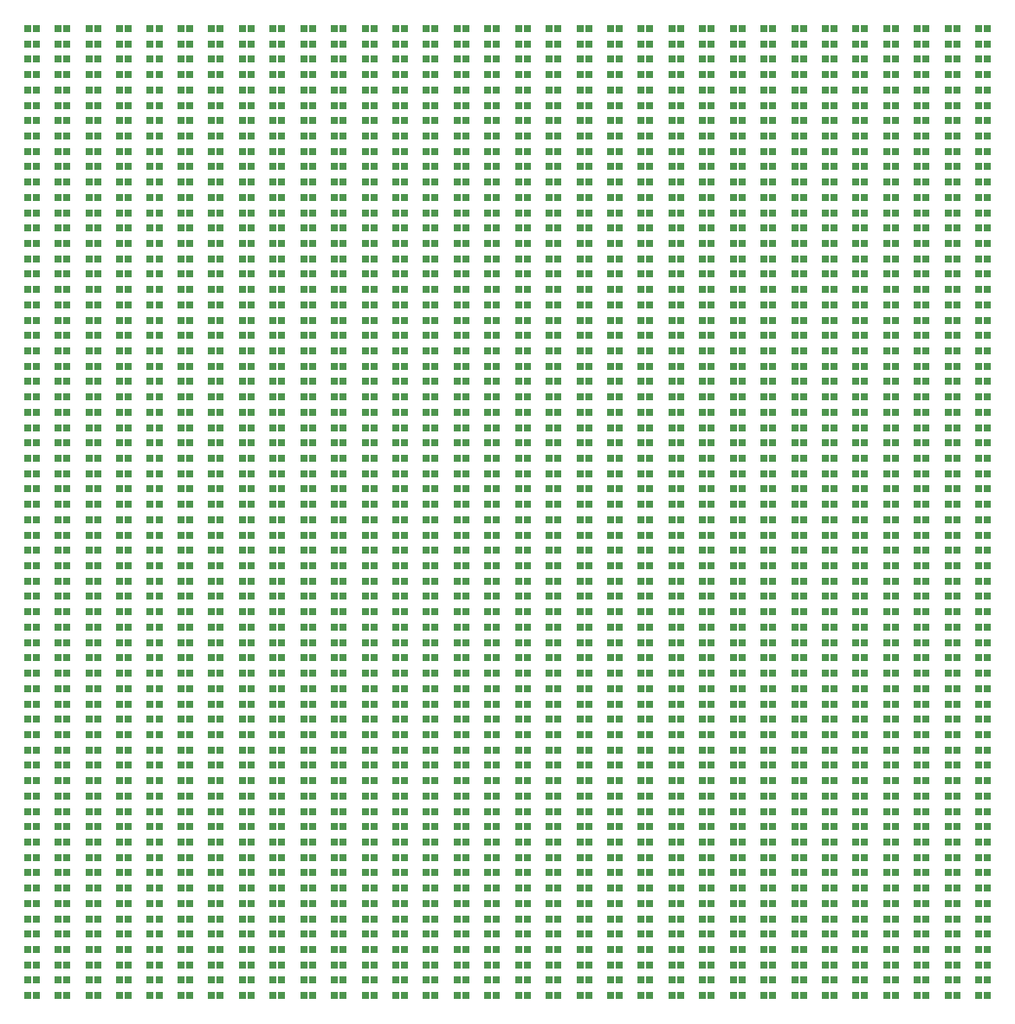
<source format=gbr>
%TF.GenerationSoftware,KiCad,Pcbnew,8.0.2*%
%TF.CreationDate,2024-07-20T19:47:13-05:00*%
%TF.ProjectId,pixel_grid,70697865-6c5f-4677-9269-642e6b696361,rev?*%
%TF.SameCoordinates,Original*%
%TF.FileFunction,Paste,Top*%
%TF.FilePolarity,Positive*%
%FSLAX46Y46*%
G04 Gerber Fmt 4.6, Leading zero omitted, Abs format (unit mm)*
G04 Created by KiCad (PCBNEW 8.0.2) date 2024-07-20 19:47:13*
%MOMM*%
%LPD*%
G01*
G04 APERTURE LIST*
%ADD10R,0.650000X0.800000*%
G04 APERTURE END LIST*
D10*
%TO.C,D1024*%
X113425000Y-112250000D03*
X113425000Y-113750000D03*
X112575000Y-112250000D03*
X112575000Y-113750000D03*
%TD*%
%TO.C,D1023*%
X110425000Y-112250000D03*
X110425000Y-113750000D03*
X109575000Y-112250000D03*
X109575000Y-113750000D03*
%TD*%
%TO.C,D1022*%
X107425000Y-112250000D03*
X107425000Y-113750000D03*
X106575000Y-112250000D03*
X106575000Y-113750000D03*
%TD*%
%TO.C,D1021*%
X104425000Y-112250000D03*
X104425000Y-113750000D03*
X103575000Y-112250000D03*
X103575000Y-113750000D03*
%TD*%
%TO.C,D1020*%
X101425000Y-112250000D03*
X101425000Y-113750000D03*
X100575000Y-112250000D03*
X100575000Y-113750000D03*
%TD*%
%TO.C,D1019*%
X98425000Y-112250000D03*
X98425000Y-113750000D03*
X97575000Y-112250000D03*
X97575000Y-113750000D03*
%TD*%
%TO.C,D1018*%
X95425000Y-112250000D03*
X95425000Y-113750000D03*
X94575000Y-112250000D03*
X94575000Y-113750000D03*
%TD*%
%TO.C,D1017*%
X92425000Y-112250000D03*
X92425000Y-113750000D03*
X91575000Y-112250000D03*
X91575000Y-113750000D03*
%TD*%
%TO.C,D1016*%
X89425000Y-112250000D03*
X89425000Y-113750000D03*
X88575000Y-112250000D03*
X88575000Y-113750000D03*
%TD*%
%TO.C,D1015*%
X86425000Y-112250000D03*
X86425000Y-113750000D03*
X85575000Y-112250000D03*
X85575000Y-113750000D03*
%TD*%
%TO.C,D1014*%
X83425000Y-112250000D03*
X83425000Y-113750000D03*
X82575000Y-112250000D03*
X82575000Y-113750000D03*
%TD*%
%TO.C,D1013*%
X80425000Y-112250000D03*
X80425000Y-113750000D03*
X79575000Y-112250000D03*
X79575000Y-113750000D03*
%TD*%
%TO.C,D1012*%
X77425000Y-112250000D03*
X77425000Y-113750000D03*
X76575000Y-112250000D03*
X76575000Y-113750000D03*
%TD*%
%TO.C,D1011*%
X74425000Y-112250000D03*
X74425000Y-113750000D03*
X73575000Y-112250000D03*
X73575000Y-113750000D03*
%TD*%
%TO.C,D1010*%
X71425000Y-112250000D03*
X71425000Y-113750000D03*
X70575000Y-112250000D03*
X70575000Y-113750000D03*
%TD*%
%TO.C,D1009*%
X68425000Y-112250000D03*
X68425000Y-113750000D03*
X67575000Y-112250000D03*
X67575000Y-113750000D03*
%TD*%
%TO.C,D1008*%
X65425000Y-112250000D03*
X65425000Y-113750000D03*
X64575000Y-112250000D03*
X64575000Y-113750000D03*
%TD*%
%TO.C,D1007*%
X62425000Y-112250000D03*
X62425000Y-113750000D03*
X61575000Y-112250000D03*
X61575000Y-113750000D03*
%TD*%
%TO.C,D1006*%
X59425000Y-112250000D03*
X59425000Y-113750000D03*
X58575000Y-112250000D03*
X58575000Y-113750000D03*
%TD*%
%TO.C,D1005*%
X56425000Y-112250000D03*
X56425000Y-113750000D03*
X55575000Y-112250000D03*
X55575000Y-113750000D03*
%TD*%
%TO.C,D1004*%
X53425000Y-112250000D03*
X53425000Y-113750000D03*
X52575000Y-112250000D03*
X52575000Y-113750000D03*
%TD*%
%TO.C,D1003*%
X50425000Y-112250000D03*
X50425000Y-113750000D03*
X49575000Y-112250000D03*
X49575000Y-113750000D03*
%TD*%
%TO.C,D1002*%
X47425000Y-112250000D03*
X47425000Y-113750000D03*
X46575000Y-112250000D03*
X46575000Y-113750000D03*
%TD*%
%TO.C,D1001*%
X44425000Y-112250000D03*
X44425000Y-113750000D03*
X43575000Y-112250000D03*
X43575000Y-113750000D03*
%TD*%
%TO.C,D1000*%
X41425000Y-112250000D03*
X41425000Y-113750000D03*
X40575000Y-112250000D03*
X40575000Y-113750000D03*
%TD*%
%TO.C,D999*%
X38425000Y-112250000D03*
X38425000Y-113750000D03*
X37575000Y-112250000D03*
X37575000Y-113750000D03*
%TD*%
%TO.C,D998*%
X35425000Y-112250000D03*
X35425000Y-113750000D03*
X34575000Y-112250000D03*
X34575000Y-113750000D03*
%TD*%
%TO.C,D997*%
X32425000Y-112250000D03*
X32425000Y-113750000D03*
X31575000Y-112250000D03*
X31575000Y-113750000D03*
%TD*%
%TO.C,D996*%
X29425000Y-112250000D03*
X29425000Y-113750000D03*
X28575000Y-112250000D03*
X28575000Y-113750000D03*
%TD*%
%TO.C,D995*%
X26425000Y-112250000D03*
X26425000Y-113750000D03*
X25575000Y-112250000D03*
X25575000Y-113750000D03*
%TD*%
%TO.C,D994*%
X23425000Y-112250000D03*
X23425000Y-113750000D03*
X22575000Y-112250000D03*
X22575000Y-113750000D03*
%TD*%
%TO.C,D993*%
X20425000Y-112250000D03*
X20425000Y-113750000D03*
X19575000Y-112250000D03*
X19575000Y-113750000D03*
%TD*%
%TO.C,D992*%
X113425000Y-109250000D03*
X113425000Y-110750000D03*
X112575000Y-109250000D03*
X112575000Y-110750000D03*
%TD*%
%TO.C,D991*%
X110425000Y-109250000D03*
X110425000Y-110750000D03*
X109575000Y-109250000D03*
X109575000Y-110750000D03*
%TD*%
%TO.C,D990*%
X107425000Y-109250000D03*
X107425000Y-110750000D03*
X106575000Y-109250000D03*
X106575000Y-110750000D03*
%TD*%
%TO.C,D989*%
X104425000Y-109250000D03*
X104425000Y-110750000D03*
X103575000Y-109250000D03*
X103575000Y-110750000D03*
%TD*%
%TO.C,D988*%
X101425000Y-109250000D03*
X101425000Y-110750000D03*
X100575000Y-109250000D03*
X100575000Y-110750000D03*
%TD*%
%TO.C,D987*%
X98425000Y-109250000D03*
X98425000Y-110750000D03*
X97575000Y-109250000D03*
X97575000Y-110750000D03*
%TD*%
%TO.C,D986*%
X95425000Y-109250000D03*
X95425000Y-110750000D03*
X94575000Y-109250000D03*
X94575000Y-110750000D03*
%TD*%
%TO.C,D985*%
X92425000Y-109250000D03*
X92425000Y-110750000D03*
X91575000Y-109250000D03*
X91575000Y-110750000D03*
%TD*%
%TO.C,D984*%
X89425000Y-109250000D03*
X89425000Y-110750000D03*
X88575000Y-109250000D03*
X88575000Y-110750000D03*
%TD*%
%TO.C,D983*%
X86425000Y-109250000D03*
X86425000Y-110750000D03*
X85575000Y-109250000D03*
X85575000Y-110750000D03*
%TD*%
%TO.C,D982*%
X83425000Y-109250000D03*
X83425000Y-110750000D03*
X82575000Y-109250000D03*
X82575000Y-110750000D03*
%TD*%
%TO.C,D981*%
X80425000Y-109250000D03*
X80425000Y-110750000D03*
X79575000Y-109250000D03*
X79575000Y-110750000D03*
%TD*%
%TO.C,D980*%
X77425000Y-109250000D03*
X77425000Y-110750000D03*
X76575000Y-109250000D03*
X76575000Y-110750000D03*
%TD*%
%TO.C,D979*%
X74425000Y-109250000D03*
X74425000Y-110750000D03*
X73575000Y-109250000D03*
X73575000Y-110750000D03*
%TD*%
%TO.C,D978*%
X71425000Y-109250000D03*
X71425000Y-110750000D03*
X70575000Y-109250000D03*
X70575000Y-110750000D03*
%TD*%
%TO.C,D977*%
X68425000Y-109250000D03*
X68425000Y-110750000D03*
X67575000Y-109250000D03*
X67575000Y-110750000D03*
%TD*%
%TO.C,D976*%
X65425000Y-109250000D03*
X65425000Y-110750000D03*
X64575000Y-109250000D03*
X64575000Y-110750000D03*
%TD*%
%TO.C,D975*%
X62425000Y-109250000D03*
X62425000Y-110750000D03*
X61575000Y-109250000D03*
X61575000Y-110750000D03*
%TD*%
%TO.C,D974*%
X59425000Y-109250000D03*
X59425000Y-110750000D03*
X58575000Y-109250000D03*
X58575000Y-110750000D03*
%TD*%
%TO.C,D973*%
X56425000Y-109250000D03*
X56425000Y-110750000D03*
X55575000Y-109250000D03*
X55575000Y-110750000D03*
%TD*%
%TO.C,D972*%
X53425000Y-109250000D03*
X53425000Y-110750000D03*
X52575000Y-109250000D03*
X52575000Y-110750000D03*
%TD*%
%TO.C,D971*%
X50425000Y-109250000D03*
X50425000Y-110750000D03*
X49575000Y-109250000D03*
X49575000Y-110750000D03*
%TD*%
%TO.C,D970*%
X47425000Y-109250000D03*
X47425000Y-110750000D03*
X46575000Y-109250000D03*
X46575000Y-110750000D03*
%TD*%
%TO.C,D969*%
X44425000Y-109250000D03*
X44425000Y-110750000D03*
X43575000Y-109250000D03*
X43575000Y-110750000D03*
%TD*%
%TO.C,D968*%
X41425000Y-109250000D03*
X41425000Y-110750000D03*
X40575000Y-109250000D03*
X40575000Y-110750000D03*
%TD*%
%TO.C,D967*%
X38425000Y-109250000D03*
X38425000Y-110750000D03*
X37575000Y-109250000D03*
X37575000Y-110750000D03*
%TD*%
%TO.C,D966*%
X35425000Y-109250000D03*
X35425000Y-110750000D03*
X34575000Y-109250000D03*
X34575000Y-110750000D03*
%TD*%
%TO.C,D965*%
X32425000Y-109250000D03*
X32425000Y-110750000D03*
X31575000Y-109250000D03*
X31575000Y-110750000D03*
%TD*%
%TO.C,D964*%
X29425000Y-109250000D03*
X29425000Y-110750000D03*
X28575000Y-109250000D03*
X28575000Y-110750000D03*
%TD*%
%TO.C,D963*%
X26425000Y-109250000D03*
X26425000Y-110750000D03*
X25575000Y-109250000D03*
X25575000Y-110750000D03*
%TD*%
%TO.C,D962*%
X23425000Y-109250000D03*
X23425000Y-110750000D03*
X22575000Y-109250000D03*
X22575000Y-110750000D03*
%TD*%
%TO.C,D961*%
X20425000Y-109250000D03*
X20425000Y-110750000D03*
X19575000Y-109250000D03*
X19575000Y-110750000D03*
%TD*%
%TO.C,D960*%
X113425000Y-106250000D03*
X113425000Y-107750000D03*
X112575000Y-106250000D03*
X112575000Y-107750000D03*
%TD*%
%TO.C,D959*%
X110425000Y-106250000D03*
X110425000Y-107750000D03*
X109575000Y-106250000D03*
X109575000Y-107750000D03*
%TD*%
%TO.C,D958*%
X107425000Y-106250000D03*
X107425000Y-107750000D03*
X106575000Y-106250000D03*
X106575000Y-107750000D03*
%TD*%
%TO.C,D957*%
X104425000Y-106250000D03*
X104425000Y-107750000D03*
X103575000Y-106250000D03*
X103575000Y-107750000D03*
%TD*%
%TO.C,D956*%
X101425000Y-106250000D03*
X101425000Y-107750000D03*
X100575000Y-106250000D03*
X100575000Y-107750000D03*
%TD*%
%TO.C,D955*%
X98425000Y-106250000D03*
X98425000Y-107750000D03*
X97575000Y-106250000D03*
X97575000Y-107750000D03*
%TD*%
%TO.C,D954*%
X95425000Y-106250000D03*
X95425000Y-107750000D03*
X94575000Y-106250000D03*
X94575000Y-107750000D03*
%TD*%
%TO.C,D953*%
X92425000Y-106250000D03*
X92425000Y-107750000D03*
X91575000Y-106250000D03*
X91575000Y-107750000D03*
%TD*%
%TO.C,D952*%
X89425000Y-106250000D03*
X89425000Y-107750000D03*
X88575000Y-106250000D03*
X88575000Y-107750000D03*
%TD*%
%TO.C,D951*%
X86425000Y-106250000D03*
X86425000Y-107750000D03*
X85575000Y-106250000D03*
X85575000Y-107750000D03*
%TD*%
%TO.C,D950*%
X83425000Y-106250000D03*
X83425000Y-107750000D03*
X82575000Y-106250000D03*
X82575000Y-107750000D03*
%TD*%
%TO.C,D949*%
X80425000Y-106250000D03*
X80425000Y-107750000D03*
X79575000Y-106250000D03*
X79575000Y-107750000D03*
%TD*%
%TO.C,D948*%
X77425000Y-106250000D03*
X77425000Y-107750000D03*
X76575000Y-106250000D03*
X76575000Y-107750000D03*
%TD*%
%TO.C,D947*%
X74425000Y-106250000D03*
X74425000Y-107750000D03*
X73575000Y-106250000D03*
X73575000Y-107750000D03*
%TD*%
%TO.C,D946*%
X71425000Y-106250000D03*
X71425000Y-107750000D03*
X70575000Y-106250000D03*
X70575000Y-107750000D03*
%TD*%
%TO.C,D945*%
X68425000Y-106250000D03*
X68425000Y-107750000D03*
X67575000Y-106250000D03*
X67575000Y-107750000D03*
%TD*%
%TO.C,D944*%
X65425000Y-106250000D03*
X65425000Y-107750000D03*
X64575000Y-106250000D03*
X64575000Y-107750000D03*
%TD*%
%TO.C,D943*%
X62425000Y-106250000D03*
X62425000Y-107750000D03*
X61575000Y-106250000D03*
X61575000Y-107750000D03*
%TD*%
%TO.C,D942*%
X59425000Y-106250000D03*
X59425000Y-107750000D03*
X58575000Y-106250000D03*
X58575000Y-107750000D03*
%TD*%
%TO.C,D941*%
X56425000Y-106250000D03*
X56425000Y-107750000D03*
X55575000Y-106250000D03*
X55575000Y-107750000D03*
%TD*%
%TO.C,D940*%
X53425000Y-106250000D03*
X53425000Y-107750000D03*
X52575000Y-106250000D03*
X52575000Y-107750000D03*
%TD*%
%TO.C,D939*%
X50425000Y-106250000D03*
X50425000Y-107750000D03*
X49575000Y-106250000D03*
X49575000Y-107750000D03*
%TD*%
%TO.C,D938*%
X47425000Y-106250000D03*
X47425000Y-107750000D03*
X46575000Y-106250000D03*
X46575000Y-107750000D03*
%TD*%
%TO.C,D937*%
X44425000Y-106250000D03*
X44425000Y-107750000D03*
X43575000Y-106250000D03*
X43575000Y-107750000D03*
%TD*%
%TO.C,D936*%
X41425000Y-106250000D03*
X41425000Y-107750000D03*
X40575000Y-106250000D03*
X40575000Y-107750000D03*
%TD*%
%TO.C,D935*%
X38425000Y-106250000D03*
X38425000Y-107750000D03*
X37575000Y-106250000D03*
X37575000Y-107750000D03*
%TD*%
%TO.C,D934*%
X35425000Y-106250000D03*
X35425000Y-107750000D03*
X34575000Y-106250000D03*
X34575000Y-107750000D03*
%TD*%
%TO.C,D933*%
X32425000Y-106250000D03*
X32425000Y-107750000D03*
X31575000Y-106250000D03*
X31575000Y-107750000D03*
%TD*%
%TO.C,D932*%
X29425000Y-106250000D03*
X29425000Y-107750000D03*
X28575000Y-106250000D03*
X28575000Y-107750000D03*
%TD*%
%TO.C,D931*%
X26425000Y-106250000D03*
X26425000Y-107750000D03*
X25575000Y-106250000D03*
X25575000Y-107750000D03*
%TD*%
%TO.C,D930*%
X23425000Y-106250000D03*
X23425000Y-107750000D03*
X22575000Y-106250000D03*
X22575000Y-107750000D03*
%TD*%
%TO.C,D929*%
X20425000Y-106250000D03*
X20425000Y-107750000D03*
X19575000Y-106250000D03*
X19575000Y-107750000D03*
%TD*%
%TO.C,D928*%
X113425000Y-103250000D03*
X113425000Y-104750000D03*
X112575000Y-103250000D03*
X112575000Y-104750000D03*
%TD*%
%TO.C,D927*%
X110425000Y-103250000D03*
X110425000Y-104750000D03*
X109575000Y-103250000D03*
X109575000Y-104750000D03*
%TD*%
%TO.C,D926*%
X107425000Y-103250000D03*
X107425000Y-104750000D03*
X106575000Y-103250000D03*
X106575000Y-104750000D03*
%TD*%
%TO.C,D925*%
X104425000Y-103250000D03*
X104425000Y-104750000D03*
X103575000Y-103250000D03*
X103575000Y-104750000D03*
%TD*%
%TO.C,D924*%
X101425000Y-103250000D03*
X101425000Y-104750000D03*
X100575000Y-103250000D03*
X100575000Y-104750000D03*
%TD*%
%TO.C,D923*%
X98425000Y-103250000D03*
X98425000Y-104750000D03*
X97575000Y-103250000D03*
X97575000Y-104750000D03*
%TD*%
%TO.C,D922*%
X95425000Y-103250000D03*
X95425000Y-104750000D03*
X94575000Y-103250000D03*
X94575000Y-104750000D03*
%TD*%
%TO.C,D921*%
X92425000Y-103250000D03*
X92425000Y-104750000D03*
X91575000Y-103250000D03*
X91575000Y-104750000D03*
%TD*%
%TO.C,D920*%
X89425000Y-103250000D03*
X89425000Y-104750000D03*
X88575000Y-103250000D03*
X88575000Y-104750000D03*
%TD*%
%TO.C,D919*%
X86425000Y-103250000D03*
X86425000Y-104750000D03*
X85575000Y-103250000D03*
X85575000Y-104750000D03*
%TD*%
%TO.C,D918*%
X83425000Y-103250000D03*
X83425000Y-104750000D03*
X82575000Y-103250000D03*
X82575000Y-104750000D03*
%TD*%
%TO.C,D917*%
X80425000Y-103250000D03*
X80425000Y-104750000D03*
X79575000Y-103250000D03*
X79575000Y-104750000D03*
%TD*%
%TO.C,D916*%
X77425000Y-103250000D03*
X77425000Y-104750000D03*
X76575000Y-103250000D03*
X76575000Y-104750000D03*
%TD*%
%TO.C,D915*%
X74425000Y-103250000D03*
X74425000Y-104750000D03*
X73575000Y-103250000D03*
X73575000Y-104750000D03*
%TD*%
%TO.C,D914*%
X71425000Y-103250000D03*
X71425000Y-104750000D03*
X70575000Y-103250000D03*
X70575000Y-104750000D03*
%TD*%
%TO.C,D913*%
X68425000Y-103250000D03*
X68425000Y-104750000D03*
X67575000Y-103250000D03*
X67575000Y-104750000D03*
%TD*%
%TO.C,D912*%
X65425000Y-103250000D03*
X65425000Y-104750000D03*
X64575000Y-103250000D03*
X64575000Y-104750000D03*
%TD*%
%TO.C,D911*%
X62425000Y-103250000D03*
X62425000Y-104750000D03*
X61575000Y-103250000D03*
X61575000Y-104750000D03*
%TD*%
%TO.C,D910*%
X59425000Y-103250000D03*
X59425000Y-104750000D03*
X58575000Y-103250000D03*
X58575000Y-104750000D03*
%TD*%
%TO.C,D909*%
X56425000Y-103250000D03*
X56425000Y-104750000D03*
X55575000Y-103250000D03*
X55575000Y-104750000D03*
%TD*%
%TO.C,D908*%
X53425000Y-103250000D03*
X53425000Y-104750000D03*
X52575000Y-103250000D03*
X52575000Y-104750000D03*
%TD*%
%TO.C,D907*%
X50425000Y-103250000D03*
X50425000Y-104750000D03*
X49575000Y-103250000D03*
X49575000Y-104750000D03*
%TD*%
%TO.C,D906*%
X47425000Y-103250000D03*
X47425000Y-104750000D03*
X46575000Y-103250000D03*
X46575000Y-104750000D03*
%TD*%
%TO.C,D905*%
X44425000Y-103250000D03*
X44425000Y-104750000D03*
X43575000Y-103250000D03*
X43575000Y-104750000D03*
%TD*%
%TO.C,D904*%
X41425000Y-103250000D03*
X41425000Y-104750000D03*
X40575000Y-103250000D03*
X40575000Y-104750000D03*
%TD*%
%TO.C,D903*%
X38425000Y-103250000D03*
X38425000Y-104750000D03*
X37575000Y-103250000D03*
X37575000Y-104750000D03*
%TD*%
%TO.C,D902*%
X35425000Y-103250000D03*
X35425000Y-104750000D03*
X34575000Y-103250000D03*
X34575000Y-104750000D03*
%TD*%
%TO.C,D901*%
X32425000Y-103250000D03*
X32425000Y-104750000D03*
X31575000Y-103250000D03*
X31575000Y-104750000D03*
%TD*%
%TO.C,D900*%
X29425000Y-103250000D03*
X29425000Y-104750000D03*
X28575000Y-103250000D03*
X28575000Y-104750000D03*
%TD*%
%TO.C,D899*%
X26425000Y-103250000D03*
X26425000Y-104750000D03*
X25575000Y-103250000D03*
X25575000Y-104750000D03*
%TD*%
%TO.C,D898*%
X23425000Y-103250000D03*
X23425000Y-104750000D03*
X22575000Y-103250000D03*
X22575000Y-104750000D03*
%TD*%
%TO.C,D897*%
X20425000Y-103250000D03*
X20425000Y-104750000D03*
X19575000Y-103250000D03*
X19575000Y-104750000D03*
%TD*%
%TO.C,D896*%
X113425000Y-100250000D03*
X113425000Y-101750000D03*
X112575000Y-100250000D03*
X112575000Y-101750000D03*
%TD*%
%TO.C,D895*%
X110425000Y-100250000D03*
X110425000Y-101750000D03*
X109575000Y-100250000D03*
X109575000Y-101750000D03*
%TD*%
%TO.C,D894*%
X107425000Y-100250000D03*
X107425000Y-101750000D03*
X106575000Y-100250000D03*
X106575000Y-101750000D03*
%TD*%
%TO.C,D893*%
X104425000Y-100250000D03*
X104425000Y-101750000D03*
X103575000Y-100250000D03*
X103575000Y-101750000D03*
%TD*%
%TO.C,D892*%
X101425000Y-100250000D03*
X101425000Y-101750000D03*
X100575000Y-100250000D03*
X100575000Y-101750000D03*
%TD*%
%TO.C,D891*%
X98425000Y-100250000D03*
X98425000Y-101750000D03*
X97575000Y-100250000D03*
X97575000Y-101750000D03*
%TD*%
%TO.C,D890*%
X95425000Y-100250000D03*
X95425000Y-101750000D03*
X94575000Y-100250000D03*
X94575000Y-101750000D03*
%TD*%
%TO.C,D889*%
X92425000Y-100250000D03*
X92425000Y-101750000D03*
X91575000Y-100250000D03*
X91575000Y-101750000D03*
%TD*%
%TO.C,D888*%
X89425000Y-100250000D03*
X89425000Y-101750000D03*
X88575000Y-100250000D03*
X88575000Y-101750000D03*
%TD*%
%TO.C,D887*%
X86425000Y-100250000D03*
X86425000Y-101750000D03*
X85575000Y-100250000D03*
X85575000Y-101750000D03*
%TD*%
%TO.C,D886*%
X83425000Y-100250000D03*
X83425000Y-101750000D03*
X82575000Y-100250000D03*
X82575000Y-101750000D03*
%TD*%
%TO.C,D885*%
X80425000Y-100250000D03*
X80425000Y-101750000D03*
X79575000Y-100250000D03*
X79575000Y-101750000D03*
%TD*%
%TO.C,D884*%
X77425000Y-100250000D03*
X77425000Y-101750000D03*
X76575000Y-100250000D03*
X76575000Y-101750000D03*
%TD*%
%TO.C,D883*%
X74425000Y-100250000D03*
X74425000Y-101750000D03*
X73575000Y-100250000D03*
X73575000Y-101750000D03*
%TD*%
%TO.C,D882*%
X71425000Y-100250000D03*
X71425000Y-101750000D03*
X70575000Y-100250000D03*
X70575000Y-101750000D03*
%TD*%
%TO.C,D881*%
X68425000Y-100250000D03*
X68425000Y-101750000D03*
X67575000Y-100250000D03*
X67575000Y-101750000D03*
%TD*%
%TO.C,D880*%
X65425000Y-100250000D03*
X65425000Y-101750000D03*
X64575000Y-100250000D03*
X64575000Y-101750000D03*
%TD*%
%TO.C,D879*%
X62425000Y-100250000D03*
X62425000Y-101750000D03*
X61575000Y-100250000D03*
X61575000Y-101750000D03*
%TD*%
%TO.C,D878*%
X59425000Y-100250000D03*
X59425000Y-101750000D03*
X58575000Y-100250000D03*
X58575000Y-101750000D03*
%TD*%
%TO.C,D877*%
X56425000Y-100250000D03*
X56425000Y-101750000D03*
X55575000Y-100250000D03*
X55575000Y-101750000D03*
%TD*%
%TO.C,D876*%
X53425000Y-100250000D03*
X53425000Y-101750000D03*
X52575000Y-100250000D03*
X52575000Y-101750000D03*
%TD*%
%TO.C,D875*%
X50425000Y-100250000D03*
X50425000Y-101750000D03*
X49575000Y-100250000D03*
X49575000Y-101750000D03*
%TD*%
%TO.C,D874*%
X47425000Y-100250000D03*
X47425000Y-101750000D03*
X46575000Y-100250000D03*
X46575000Y-101750000D03*
%TD*%
%TO.C,D873*%
X44425000Y-100250000D03*
X44425000Y-101750000D03*
X43575000Y-100250000D03*
X43575000Y-101750000D03*
%TD*%
%TO.C,D872*%
X41425000Y-100250000D03*
X41425000Y-101750000D03*
X40575000Y-100250000D03*
X40575000Y-101750000D03*
%TD*%
%TO.C,D871*%
X38425000Y-100250000D03*
X38425000Y-101750000D03*
X37575000Y-100250000D03*
X37575000Y-101750000D03*
%TD*%
%TO.C,D870*%
X35425000Y-100250000D03*
X35425000Y-101750000D03*
X34575000Y-100250000D03*
X34575000Y-101750000D03*
%TD*%
%TO.C,D869*%
X32425000Y-100250000D03*
X32425000Y-101750000D03*
X31575000Y-100250000D03*
X31575000Y-101750000D03*
%TD*%
%TO.C,D868*%
X29425000Y-100250000D03*
X29425000Y-101750000D03*
X28575000Y-100250000D03*
X28575000Y-101750000D03*
%TD*%
%TO.C,D867*%
X26425000Y-100250000D03*
X26425000Y-101750000D03*
X25575000Y-100250000D03*
X25575000Y-101750000D03*
%TD*%
%TO.C,D866*%
X23425000Y-100250000D03*
X23425000Y-101750000D03*
X22575000Y-100250000D03*
X22575000Y-101750000D03*
%TD*%
%TO.C,D865*%
X20425000Y-100250000D03*
X20425000Y-101750000D03*
X19575000Y-100250000D03*
X19575000Y-101750000D03*
%TD*%
%TO.C,D864*%
X113425000Y-97250000D03*
X113425000Y-98750000D03*
X112575000Y-97250000D03*
X112575000Y-98750000D03*
%TD*%
%TO.C,D863*%
X110425000Y-97250000D03*
X110425000Y-98750000D03*
X109575000Y-97250000D03*
X109575000Y-98750000D03*
%TD*%
%TO.C,D862*%
X107425000Y-97250000D03*
X107425000Y-98750000D03*
X106575000Y-97250000D03*
X106575000Y-98750000D03*
%TD*%
%TO.C,D861*%
X104425000Y-97250000D03*
X104425000Y-98750000D03*
X103575000Y-97250000D03*
X103575000Y-98750000D03*
%TD*%
%TO.C,D860*%
X101425000Y-97250000D03*
X101425000Y-98750000D03*
X100575000Y-97250000D03*
X100575000Y-98750000D03*
%TD*%
%TO.C,D859*%
X98425000Y-97250000D03*
X98425000Y-98750000D03*
X97575000Y-97250000D03*
X97575000Y-98750000D03*
%TD*%
%TO.C,D858*%
X95425000Y-97250000D03*
X95425000Y-98750000D03*
X94575000Y-97250000D03*
X94575000Y-98750000D03*
%TD*%
%TO.C,D857*%
X92425000Y-97250000D03*
X92425000Y-98750000D03*
X91575000Y-97250000D03*
X91575000Y-98750000D03*
%TD*%
%TO.C,D856*%
X89425000Y-97250000D03*
X89425000Y-98750000D03*
X88575000Y-97250000D03*
X88575000Y-98750000D03*
%TD*%
%TO.C,D855*%
X86425000Y-97250000D03*
X86425000Y-98750000D03*
X85575000Y-97250000D03*
X85575000Y-98750000D03*
%TD*%
%TO.C,D854*%
X83425000Y-97250000D03*
X83425000Y-98750000D03*
X82575000Y-97250000D03*
X82575000Y-98750000D03*
%TD*%
%TO.C,D853*%
X80425000Y-97250000D03*
X80425000Y-98750000D03*
X79575000Y-97250000D03*
X79575000Y-98750000D03*
%TD*%
%TO.C,D852*%
X77425000Y-97250000D03*
X77425000Y-98750000D03*
X76575000Y-97250000D03*
X76575000Y-98750000D03*
%TD*%
%TO.C,D851*%
X74425000Y-97250000D03*
X74425000Y-98750000D03*
X73575000Y-97250000D03*
X73575000Y-98750000D03*
%TD*%
%TO.C,D850*%
X71425000Y-97250000D03*
X71425000Y-98750000D03*
X70575000Y-97250000D03*
X70575000Y-98750000D03*
%TD*%
%TO.C,D849*%
X68425000Y-97250000D03*
X68425000Y-98750000D03*
X67575000Y-97250000D03*
X67575000Y-98750000D03*
%TD*%
%TO.C,D848*%
X65425000Y-97250000D03*
X65425000Y-98750000D03*
X64575000Y-97250000D03*
X64575000Y-98750000D03*
%TD*%
%TO.C,D847*%
X62425000Y-97250000D03*
X62425000Y-98750000D03*
X61575000Y-97250000D03*
X61575000Y-98750000D03*
%TD*%
%TO.C,D846*%
X59425000Y-97250000D03*
X59425000Y-98750000D03*
X58575000Y-97250000D03*
X58575000Y-98750000D03*
%TD*%
%TO.C,D845*%
X56425000Y-97250000D03*
X56425000Y-98750000D03*
X55575000Y-97250000D03*
X55575000Y-98750000D03*
%TD*%
%TO.C,D844*%
X53425000Y-97250000D03*
X53425000Y-98750000D03*
X52575000Y-97250000D03*
X52575000Y-98750000D03*
%TD*%
%TO.C,D843*%
X50425000Y-97250000D03*
X50425000Y-98750000D03*
X49575000Y-97250000D03*
X49575000Y-98750000D03*
%TD*%
%TO.C,D842*%
X47425000Y-97250000D03*
X47425000Y-98750000D03*
X46575000Y-97250000D03*
X46575000Y-98750000D03*
%TD*%
%TO.C,D841*%
X44425000Y-97250000D03*
X44425000Y-98750000D03*
X43575000Y-97250000D03*
X43575000Y-98750000D03*
%TD*%
%TO.C,D840*%
X41425000Y-97250000D03*
X41425000Y-98750000D03*
X40575000Y-97250000D03*
X40575000Y-98750000D03*
%TD*%
%TO.C,D839*%
X38425000Y-97250000D03*
X38425000Y-98750000D03*
X37575000Y-97250000D03*
X37575000Y-98750000D03*
%TD*%
%TO.C,D838*%
X35425000Y-97250000D03*
X35425000Y-98750000D03*
X34575000Y-97250000D03*
X34575000Y-98750000D03*
%TD*%
%TO.C,D837*%
X32425000Y-97250000D03*
X32425000Y-98750000D03*
X31575000Y-97250000D03*
X31575000Y-98750000D03*
%TD*%
%TO.C,D836*%
X29425000Y-97250000D03*
X29425000Y-98750000D03*
X28575000Y-97250000D03*
X28575000Y-98750000D03*
%TD*%
%TO.C,D835*%
X26425000Y-97250000D03*
X26425000Y-98750000D03*
X25575000Y-97250000D03*
X25575000Y-98750000D03*
%TD*%
%TO.C,D834*%
X23425000Y-97250000D03*
X23425000Y-98750000D03*
X22575000Y-97250000D03*
X22575000Y-98750000D03*
%TD*%
%TO.C,D833*%
X20425000Y-97250000D03*
X20425000Y-98750000D03*
X19575000Y-97250000D03*
X19575000Y-98750000D03*
%TD*%
%TO.C,D832*%
X113425000Y-94250000D03*
X113425000Y-95750000D03*
X112575000Y-94250000D03*
X112575000Y-95750000D03*
%TD*%
%TO.C,D831*%
X110425000Y-94250000D03*
X110425000Y-95750000D03*
X109575000Y-94250000D03*
X109575000Y-95750000D03*
%TD*%
%TO.C,D830*%
X107425000Y-94250000D03*
X107425000Y-95750000D03*
X106575000Y-94250000D03*
X106575000Y-95750000D03*
%TD*%
%TO.C,D829*%
X104425000Y-94250000D03*
X104425000Y-95750000D03*
X103575000Y-94250000D03*
X103575000Y-95750000D03*
%TD*%
%TO.C,D828*%
X101425000Y-94250000D03*
X101425000Y-95750000D03*
X100575000Y-94250000D03*
X100575000Y-95750000D03*
%TD*%
%TO.C,D827*%
X98425000Y-94250000D03*
X98425000Y-95750000D03*
X97575000Y-94250000D03*
X97575000Y-95750000D03*
%TD*%
%TO.C,D826*%
X95425000Y-94250000D03*
X95425000Y-95750000D03*
X94575000Y-94250000D03*
X94575000Y-95750000D03*
%TD*%
%TO.C,D825*%
X92425000Y-94250000D03*
X92425000Y-95750000D03*
X91575000Y-94250000D03*
X91575000Y-95750000D03*
%TD*%
%TO.C,D824*%
X89425000Y-94250000D03*
X89425000Y-95750000D03*
X88575000Y-94250000D03*
X88575000Y-95750000D03*
%TD*%
%TO.C,D823*%
X86425000Y-94250000D03*
X86425000Y-95750000D03*
X85575000Y-94250000D03*
X85575000Y-95750000D03*
%TD*%
%TO.C,D822*%
X83425000Y-94250000D03*
X83425000Y-95750000D03*
X82575000Y-94250000D03*
X82575000Y-95750000D03*
%TD*%
%TO.C,D821*%
X80425000Y-94250000D03*
X80425000Y-95750000D03*
X79575000Y-94250000D03*
X79575000Y-95750000D03*
%TD*%
%TO.C,D820*%
X77425000Y-94250000D03*
X77425000Y-95750000D03*
X76575000Y-94250000D03*
X76575000Y-95750000D03*
%TD*%
%TO.C,D819*%
X74425000Y-94250000D03*
X74425000Y-95750000D03*
X73575000Y-94250000D03*
X73575000Y-95750000D03*
%TD*%
%TO.C,D818*%
X71425000Y-94250000D03*
X71425000Y-95750000D03*
X70575000Y-94250000D03*
X70575000Y-95750000D03*
%TD*%
%TO.C,D817*%
X68425000Y-94250000D03*
X68425000Y-95750000D03*
X67575000Y-94250000D03*
X67575000Y-95750000D03*
%TD*%
%TO.C,D816*%
X65425000Y-94250000D03*
X65425000Y-95750000D03*
X64575000Y-94250000D03*
X64575000Y-95750000D03*
%TD*%
%TO.C,D815*%
X62425000Y-94250000D03*
X62425000Y-95750000D03*
X61575000Y-94250000D03*
X61575000Y-95750000D03*
%TD*%
%TO.C,D814*%
X59425000Y-94250000D03*
X59425000Y-95750000D03*
X58575000Y-94250000D03*
X58575000Y-95750000D03*
%TD*%
%TO.C,D813*%
X56425000Y-94250000D03*
X56425000Y-95750000D03*
X55575000Y-94250000D03*
X55575000Y-95750000D03*
%TD*%
%TO.C,D812*%
X53425000Y-94250000D03*
X53425000Y-95750000D03*
X52575000Y-94250000D03*
X52575000Y-95750000D03*
%TD*%
%TO.C,D811*%
X50425000Y-94250000D03*
X50425000Y-95750000D03*
X49575000Y-94250000D03*
X49575000Y-95750000D03*
%TD*%
%TO.C,D810*%
X47425000Y-94250000D03*
X47425000Y-95750000D03*
X46575000Y-94250000D03*
X46575000Y-95750000D03*
%TD*%
%TO.C,D809*%
X44425000Y-94250000D03*
X44425000Y-95750000D03*
X43575000Y-94250000D03*
X43575000Y-95750000D03*
%TD*%
%TO.C,D808*%
X41425000Y-94250000D03*
X41425000Y-95750000D03*
X40575000Y-94250000D03*
X40575000Y-95750000D03*
%TD*%
%TO.C,D807*%
X38425000Y-94250000D03*
X38425000Y-95750000D03*
X37575000Y-94250000D03*
X37575000Y-95750000D03*
%TD*%
%TO.C,D806*%
X35425000Y-94250000D03*
X35425000Y-95750000D03*
X34575000Y-94250000D03*
X34575000Y-95750000D03*
%TD*%
%TO.C,D805*%
X32425000Y-94250000D03*
X32425000Y-95750000D03*
X31575000Y-94250000D03*
X31575000Y-95750000D03*
%TD*%
%TO.C,D804*%
X29425000Y-94250000D03*
X29425000Y-95750000D03*
X28575000Y-94250000D03*
X28575000Y-95750000D03*
%TD*%
%TO.C,D803*%
X26425000Y-94250000D03*
X26425000Y-95750000D03*
X25575000Y-94250000D03*
X25575000Y-95750000D03*
%TD*%
%TO.C,D802*%
X23425000Y-94250000D03*
X23425000Y-95750000D03*
X22575000Y-94250000D03*
X22575000Y-95750000D03*
%TD*%
%TO.C,D801*%
X20425000Y-94250000D03*
X20425000Y-95750000D03*
X19575000Y-94250000D03*
X19575000Y-95750000D03*
%TD*%
%TO.C,D800*%
X113425000Y-91250000D03*
X113425000Y-92750000D03*
X112575000Y-91250000D03*
X112575000Y-92750000D03*
%TD*%
%TO.C,D799*%
X110425000Y-91250000D03*
X110425000Y-92750000D03*
X109575000Y-91250000D03*
X109575000Y-92750000D03*
%TD*%
%TO.C,D798*%
X107425000Y-91250000D03*
X107425000Y-92750000D03*
X106575000Y-91250000D03*
X106575000Y-92750000D03*
%TD*%
%TO.C,D797*%
X104425000Y-91250000D03*
X104425000Y-92750000D03*
X103575000Y-91250000D03*
X103575000Y-92750000D03*
%TD*%
%TO.C,D796*%
X101425000Y-91250000D03*
X101425000Y-92750000D03*
X100575000Y-91250000D03*
X100575000Y-92750000D03*
%TD*%
%TO.C,D795*%
X98425000Y-91250000D03*
X98425000Y-92750000D03*
X97575000Y-91250000D03*
X97575000Y-92750000D03*
%TD*%
%TO.C,D794*%
X95425000Y-91250000D03*
X95425000Y-92750000D03*
X94575000Y-91250000D03*
X94575000Y-92750000D03*
%TD*%
%TO.C,D793*%
X92425000Y-91250000D03*
X92425000Y-92750000D03*
X91575000Y-91250000D03*
X91575000Y-92750000D03*
%TD*%
%TO.C,D792*%
X89425000Y-91250000D03*
X89425000Y-92750000D03*
X88575000Y-91250000D03*
X88575000Y-92750000D03*
%TD*%
%TO.C,D791*%
X86425000Y-91250000D03*
X86425000Y-92750000D03*
X85575000Y-91250000D03*
X85575000Y-92750000D03*
%TD*%
%TO.C,D790*%
X83425000Y-91250000D03*
X83425000Y-92750000D03*
X82575000Y-91250000D03*
X82575000Y-92750000D03*
%TD*%
%TO.C,D789*%
X80425000Y-91250000D03*
X80425000Y-92750000D03*
X79575000Y-91250000D03*
X79575000Y-92750000D03*
%TD*%
%TO.C,D788*%
X77425000Y-91250000D03*
X77425000Y-92750000D03*
X76575000Y-91250000D03*
X76575000Y-92750000D03*
%TD*%
%TO.C,D787*%
X74425000Y-91250000D03*
X74425000Y-92750000D03*
X73575000Y-91250000D03*
X73575000Y-92750000D03*
%TD*%
%TO.C,D786*%
X71425000Y-91250000D03*
X71425000Y-92750000D03*
X70575000Y-91250000D03*
X70575000Y-92750000D03*
%TD*%
%TO.C,D785*%
X68425000Y-91250000D03*
X68425000Y-92750000D03*
X67575000Y-91250000D03*
X67575000Y-92750000D03*
%TD*%
%TO.C,D784*%
X65425000Y-91250000D03*
X65425000Y-92750000D03*
X64575000Y-91250000D03*
X64575000Y-92750000D03*
%TD*%
%TO.C,D783*%
X62425000Y-91250000D03*
X62425000Y-92750000D03*
X61575000Y-91250000D03*
X61575000Y-92750000D03*
%TD*%
%TO.C,D782*%
X59425000Y-91250000D03*
X59425000Y-92750000D03*
X58575000Y-91250000D03*
X58575000Y-92750000D03*
%TD*%
%TO.C,D781*%
X56425000Y-91250000D03*
X56425000Y-92750000D03*
X55575000Y-91250000D03*
X55575000Y-92750000D03*
%TD*%
%TO.C,D780*%
X53425000Y-91250000D03*
X53425000Y-92750000D03*
X52575000Y-91250000D03*
X52575000Y-92750000D03*
%TD*%
%TO.C,D779*%
X50425000Y-91250000D03*
X50425000Y-92750000D03*
X49575000Y-91250000D03*
X49575000Y-92750000D03*
%TD*%
%TO.C,D778*%
X47425000Y-91250000D03*
X47425000Y-92750000D03*
X46575000Y-91250000D03*
X46575000Y-92750000D03*
%TD*%
%TO.C,D777*%
X44425000Y-91250000D03*
X44425000Y-92750000D03*
X43575000Y-91250000D03*
X43575000Y-92750000D03*
%TD*%
%TO.C,D776*%
X41425000Y-91250000D03*
X41425000Y-92750000D03*
X40575000Y-91250000D03*
X40575000Y-92750000D03*
%TD*%
%TO.C,D775*%
X38425000Y-91250000D03*
X38425000Y-92750000D03*
X37575000Y-91250000D03*
X37575000Y-92750000D03*
%TD*%
%TO.C,D774*%
X35425000Y-91250000D03*
X35425000Y-92750000D03*
X34575000Y-91250000D03*
X34575000Y-92750000D03*
%TD*%
%TO.C,D773*%
X32425000Y-91250000D03*
X32425000Y-92750000D03*
X31575000Y-91250000D03*
X31575000Y-92750000D03*
%TD*%
%TO.C,D772*%
X29425000Y-91250000D03*
X29425000Y-92750000D03*
X28575000Y-91250000D03*
X28575000Y-92750000D03*
%TD*%
%TO.C,D771*%
X26425000Y-91250000D03*
X26425000Y-92750000D03*
X25575000Y-91250000D03*
X25575000Y-92750000D03*
%TD*%
%TO.C,D770*%
X23425000Y-91250000D03*
X23425000Y-92750000D03*
X22575000Y-91250000D03*
X22575000Y-92750000D03*
%TD*%
%TO.C,D769*%
X20425000Y-91250000D03*
X20425000Y-92750000D03*
X19575000Y-91250000D03*
X19575000Y-92750000D03*
%TD*%
%TO.C,D768*%
X113425000Y-88250000D03*
X113425000Y-89750000D03*
X112575000Y-88250000D03*
X112575000Y-89750000D03*
%TD*%
%TO.C,D767*%
X110425000Y-88250000D03*
X110425000Y-89750000D03*
X109575000Y-88250000D03*
X109575000Y-89750000D03*
%TD*%
%TO.C,D766*%
X107425000Y-88250000D03*
X107425000Y-89750000D03*
X106575000Y-88250000D03*
X106575000Y-89750000D03*
%TD*%
%TO.C,D765*%
X104425000Y-88250000D03*
X104425000Y-89750000D03*
X103575000Y-88250000D03*
X103575000Y-89750000D03*
%TD*%
%TO.C,D764*%
X101425000Y-88250000D03*
X101425000Y-89750000D03*
X100575000Y-88250000D03*
X100575000Y-89750000D03*
%TD*%
%TO.C,D763*%
X98425000Y-88250000D03*
X98425000Y-89750000D03*
X97575000Y-88250000D03*
X97575000Y-89750000D03*
%TD*%
%TO.C,D762*%
X95425000Y-88250000D03*
X95425000Y-89750000D03*
X94575000Y-88250000D03*
X94575000Y-89750000D03*
%TD*%
%TO.C,D761*%
X92425000Y-88250000D03*
X92425000Y-89750000D03*
X91575000Y-88250000D03*
X91575000Y-89750000D03*
%TD*%
%TO.C,D760*%
X89425000Y-88250000D03*
X89425000Y-89750000D03*
X88575000Y-88250000D03*
X88575000Y-89750000D03*
%TD*%
%TO.C,D759*%
X86425000Y-88250000D03*
X86425000Y-89750000D03*
X85575000Y-88250000D03*
X85575000Y-89750000D03*
%TD*%
%TO.C,D758*%
X83425000Y-88250000D03*
X83425000Y-89750000D03*
X82575000Y-88250000D03*
X82575000Y-89750000D03*
%TD*%
%TO.C,D757*%
X80425000Y-88250000D03*
X80425000Y-89750000D03*
X79575000Y-88250000D03*
X79575000Y-89750000D03*
%TD*%
%TO.C,D756*%
X77425000Y-88250000D03*
X77425000Y-89750000D03*
X76575000Y-88250000D03*
X76575000Y-89750000D03*
%TD*%
%TO.C,D755*%
X74425000Y-88250000D03*
X74425000Y-89750000D03*
X73575000Y-88250000D03*
X73575000Y-89750000D03*
%TD*%
%TO.C,D754*%
X71425000Y-88250000D03*
X71425000Y-89750000D03*
X70575000Y-88250000D03*
X70575000Y-89750000D03*
%TD*%
%TO.C,D753*%
X68425000Y-88250000D03*
X68425000Y-89750000D03*
X67575000Y-88250000D03*
X67575000Y-89750000D03*
%TD*%
%TO.C,D752*%
X65425000Y-88250000D03*
X65425000Y-89750000D03*
X64575000Y-88250000D03*
X64575000Y-89750000D03*
%TD*%
%TO.C,D751*%
X62425000Y-88250000D03*
X62425000Y-89750000D03*
X61575000Y-88250000D03*
X61575000Y-89750000D03*
%TD*%
%TO.C,D750*%
X59425000Y-88250000D03*
X59425000Y-89750000D03*
X58575000Y-88250000D03*
X58575000Y-89750000D03*
%TD*%
%TO.C,D749*%
X56425000Y-88250000D03*
X56425000Y-89750000D03*
X55575000Y-88250000D03*
X55575000Y-89750000D03*
%TD*%
%TO.C,D748*%
X53425000Y-88250000D03*
X53425000Y-89750000D03*
X52575000Y-88250000D03*
X52575000Y-89750000D03*
%TD*%
%TO.C,D747*%
X50425000Y-88250000D03*
X50425000Y-89750000D03*
X49575000Y-88250000D03*
X49575000Y-89750000D03*
%TD*%
%TO.C,D746*%
X47425000Y-88250000D03*
X47425000Y-89750000D03*
X46575000Y-88250000D03*
X46575000Y-89750000D03*
%TD*%
%TO.C,D745*%
X44425000Y-88250000D03*
X44425000Y-89750000D03*
X43575000Y-88250000D03*
X43575000Y-89750000D03*
%TD*%
%TO.C,D744*%
X41425000Y-88250000D03*
X41425000Y-89750000D03*
X40575000Y-88250000D03*
X40575000Y-89750000D03*
%TD*%
%TO.C,D743*%
X38425000Y-88250000D03*
X38425000Y-89750000D03*
X37575000Y-88250000D03*
X37575000Y-89750000D03*
%TD*%
%TO.C,D742*%
X35425000Y-88250000D03*
X35425000Y-89750000D03*
X34575000Y-88250000D03*
X34575000Y-89750000D03*
%TD*%
%TO.C,D741*%
X32425000Y-88250000D03*
X32425000Y-89750000D03*
X31575000Y-88250000D03*
X31575000Y-89750000D03*
%TD*%
%TO.C,D740*%
X29425000Y-88250000D03*
X29425000Y-89750000D03*
X28575000Y-88250000D03*
X28575000Y-89750000D03*
%TD*%
%TO.C,D739*%
X26425000Y-88250000D03*
X26425000Y-89750000D03*
X25575000Y-88250000D03*
X25575000Y-89750000D03*
%TD*%
%TO.C,D738*%
X23425000Y-88250000D03*
X23425000Y-89750000D03*
X22575000Y-88250000D03*
X22575000Y-89750000D03*
%TD*%
%TO.C,D737*%
X20425000Y-88250000D03*
X20425000Y-89750000D03*
X19575000Y-88250000D03*
X19575000Y-89750000D03*
%TD*%
%TO.C,D736*%
X113425000Y-85250000D03*
X113425000Y-86750000D03*
X112575000Y-85250000D03*
X112575000Y-86750000D03*
%TD*%
%TO.C,D735*%
X110425000Y-85250000D03*
X110425000Y-86750000D03*
X109575000Y-85250000D03*
X109575000Y-86750000D03*
%TD*%
%TO.C,D734*%
X107425000Y-85250000D03*
X107425000Y-86750000D03*
X106575000Y-85250000D03*
X106575000Y-86750000D03*
%TD*%
%TO.C,D733*%
X104425000Y-85250000D03*
X104425000Y-86750000D03*
X103575000Y-85250000D03*
X103575000Y-86750000D03*
%TD*%
%TO.C,D732*%
X101425000Y-85250000D03*
X101425000Y-86750000D03*
X100575000Y-85250000D03*
X100575000Y-86750000D03*
%TD*%
%TO.C,D731*%
X98425000Y-85250000D03*
X98425000Y-86750000D03*
X97575000Y-85250000D03*
X97575000Y-86750000D03*
%TD*%
%TO.C,D730*%
X95425000Y-85250000D03*
X95425000Y-86750000D03*
X94575000Y-85250000D03*
X94575000Y-86750000D03*
%TD*%
%TO.C,D729*%
X92425000Y-85250000D03*
X92425000Y-86750000D03*
X91575000Y-85250000D03*
X91575000Y-86750000D03*
%TD*%
%TO.C,D728*%
X89425000Y-85250000D03*
X89425000Y-86750000D03*
X88575000Y-85250000D03*
X88575000Y-86750000D03*
%TD*%
%TO.C,D727*%
X86425000Y-85250000D03*
X86425000Y-86750000D03*
X85575000Y-85250000D03*
X85575000Y-86750000D03*
%TD*%
%TO.C,D726*%
X83425000Y-85250000D03*
X83425000Y-86750000D03*
X82575000Y-85250000D03*
X82575000Y-86750000D03*
%TD*%
%TO.C,D725*%
X80425000Y-85250000D03*
X80425000Y-86750000D03*
X79575000Y-85250000D03*
X79575000Y-86750000D03*
%TD*%
%TO.C,D724*%
X77425000Y-85250000D03*
X77425000Y-86750000D03*
X76575000Y-85250000D03*
X76575000Y-86750000D03*
%TD*%
%TO.C,D723*%
X74425000Y-85250000D03*
X74425000Y-86750000D03*
X73575000Y-85250000D03*
X73575000Y-86750000D03*
%TD*%
%TO.C,D722*%
X71425000Y-85250000D03*
X71425000Y-86750000D03*
X70575000Y-85250000D03*
X70575000Y-86750000D03*
%TD*%
%TO.C,D721*%
X68425000Y-85250000D03*
X68425000Y-86750000D03*
X67575000Y-85250000D03*
X67575000Y-86750000D03*
%TD*%
%TO.C,D720*%
X65425000Y-85250000D03*
X65425000Y-86750000D03*
X64575000Y-85250000D03*
X64575000Y-86750000D03*
%TD*%
%TO.C,D719*%
X62425000Y-85250000D03*
X62425000Y-86750000D03*
X61575000Y-85250000D03*
X61575000Y-86750000D03*
%TD*%
%TO.C,D718*%
X59425000Y-85250000D03*
X59425000Y-86750000D03*
X58575000Y-85250000D03*
X58575000Y-86750000D03*
%TD*%
%TO.C,D717*%
X56425000Y-85250000D03*
X56425000Y-86750000D03*
X55575000Y-85250000D03*
X55575000Y-86750000D03*
%TD*%
%TO.C,D716*%
X53425000Y-85250000D03*
X53425000Y-86750000D03*
X52575000Y-85250000D03*
X52575000Y-86750000D03*
%TD*%
%TO.C,D715*%
X50425000Y-85250000D03*
X50425000Y-86750000D03*
X49575000Y-85250000D03*
X49575000Y-86750000D03*
%TD*%
%TO.C,D714*%
X47425000Y-85250000D03*
X47425000Y-86750000D03*
X46575000Y-85250000D03*
X46575000Y-86750000D03*
%TD*%
%TO.C,D713*%
X44425000Y-85250000D03*
X44425000Y-86750000D03*
X43575000Y-85250000D03*
X43575000Y-86750000D03*
%TD*%
%TO.C,D712*%
X41425000Y-85250000D03*
X41425000Y-86750000D03*
X40575000Y-85250000D03*
X40575000Y-86750000D03*
%TD*%
%TO.C,D711*%
X38425000Y-85250000D03*
X38425000Y-86750000D03*
X37575000Y-85250000D03*
X37575000Y-86750000D03*
%TD*%
%TO.C,D710*%
X35425000Y-85250000D03*
X35425000Y-86750000D03*
X34575000Y-85250000D03*
X34575000Y-86750000D03*
%TD*%
%TO.C,D709*%
X32425000Y-85250000D03*
X32425000Y-86750000D03*
X31575000Y-85250000D03*
X31575000Y-86750000D03*
%TD*%
%TO.C,D708*%
X29425000Y-85250000D03*
X29425000Y-86750000D03*
X28575000Y-85250000D03*
X28575000Y-86750000D03*
%TD*%
%TO.C,D707*%
X26425000Y-85250000D03*
X26425000Y-86750000D03*
X25575000Y-85250000D03*
X25575000Y-86750000D03*
%TD*%
%TO.C,D706*%
X23425000Y-85250000D03*
X23425000Y-86750000D03*
X22575000Y-85250000D03*
X22575000Y-86750000D03*
%TD*%
%TO.C,D705*%
X20425000Y-85250000D03*
X20425000Y-86750000D03*
X19575000Y-85250000D03*
X19575000Y-86750000D03*
%TD*%
%TO.C,D704*%
X113425000Y-82250000D03*
X113425000Y-83750000D03*
X112575000Y-82250000D03*
X112575000Y-83750000D03*
%TD*%
%TO.C,D703*%
X110425000Y-82250000D03*
X110425000Y-83750000D03*
X109575000Y-82250000D03*
X109575000Y-83750000D03*
%TD*%
%TO.C,D702*%
X107425000Y-82250000D03*
X107425000Y-83750000D03*
X106575000Y-82250000D03*
X106575000Y-83750000D03*
%TD*%
%TO.C,D701*%
X104425000Y-82250000D03*
X104425000Y-83750000D03*
X103575000Y-82250000D03*
X103575000Y-83750000D03*
%TD*%
%TO.C,D700*%
X101425000Y-82250000D03*
X101425000Y-83750000D03*
X100575000Y-82250000D03*
X100575000Y-83750000D03*
%TD*%
%TO.C,D699*%
X98425000Y-82250000D03*
X98425000Y-83750000D03*
X97575000Y-82250000D03*
X97575000Y-83750000D03*
%TD*%
%TO.C,D698*%
X95425000Y-82250000D03*
X95425000Y-83750000D03*
X94575000Y-82250000D03*
X94575000Y-83750000D03*
%TD*%
%TO.C,D697*%
X92425000Y-82250000D03*
X92425000Y-83750000D03*
X91575000Y-82250000D03*
X91575000Y-83750000D03*
%TD*%
%TO.C,D696*%
X89425000Y-82250000D03*
X89425000Y-83750000D03*
X88575000Y-82250000D03*
X88575000Y-83750000D03*
%TD*%
%TO.C,D695*%
X86425000Y-82250000D03*
X86425000Y-83750000D03*
X85575000Y-82250000D03*
X85575000Y-83750000D03*
%TD*%
%TO.C,D694*%
X83425000Y-82250000D03*
X83425000Y-83750000D03*
X82575000Y-82250000D03*
X82575000Y-83750000D03*
%TD*%
%TO.C,D693*%
X80425000Y-82250000D03*
X80425000Y-83750000D03*
X79575000Y-82250000D03*
X79575000Y-83750000D03*
%TD*%
%TO.C,D692*%
X77425000Y-82250000D03*
X77425000Y-83750000D03*
X76575000Y-82250000D03*
X76575000Y-83750000D03*
%TD*%
%TO.C,D691*%
X74425000Y-82250000D03*
X74425000Y-83750000D03*
X73575000Y-82250000D03*
X73575000Y-83750000D03*
%TD*%
%TO.C,D690*%
X71425000Y-82250000D03*
X71425000Y-83750000D03*
X70575000Y-82250000D03*
X70575000Y-83750000D03*
%TD*%
%TO.C,D689*%
X68425000Y-82250000D03*
X68425000Y-83750000D03*
X67575000Y-82250000D03*
X67575000Y-83750000D03*
%TD*%
%TO.C,D688*%
X65425000Y-82250000D03*
X65425000Y-83750000D03*
X64575000Y-82250000D03*
X64575000Y-83750000D03*
%TD*%
%TO.C,D687*%
X62425000Y-82250000D03*
X62425000Y-83750000D03*
X61575000Y-82250000D03*
X61575000Y-83750000D03*
%TD*%
%TO.C,D686*%
X59425000Y-82250000D03*
X59425000Y-83750000D03*
X58575000Y-82250000D03*
X58575000Y-83750000D03*
%TD*%
%TO.C,D685*%
X56425000Y-82250000D03*
X56425000Y-83750000D03*
X55575000Y-82250000D03*
X55575000Y-83750000D03*
%TD*%
%TO.C,D684*%
X53425000Y-82250000D03*
X53425000Y-83750000D03*
X52575000Y-82250000D03*
X52575000Y-83750000D03*
%TD*%
%TO.C,D683*%
X50425000Y-82250000D03*
X50425000Y-83750000D03*
X49575000Y-82250000D03*
X49575000Y-83750000D03*
%TD*%
%TO.C,D682*%
X47425000Y-82250000D03*
X47425000Y-83750000D03*
X46575000Y-82250000D03*
X46575000Y-83750000D03*
%TD*%
%TO.C,D681*%
X44425000Y-82250000D03*
X44425000Y-83750000D03*
X43575000Y-82250000D03*
X43575000Y-83750000D03*
%TD*%
%TO.C,D680*%
X41425000Y-82250000D03*
X41425000Y-83750000D03*
X40575000Y-82250000D03*
X40575000Y-83750000D03*
%TD*%
%TO.C,D679*%
X38425000Y-82250000D03*
X38425000Y-83750000D03*
X37575000Y-82250000D03*
X37575000Y-83750000D03*
%TD*%
%TO.C,D678*%
X35425000Y-82250000D03*
X35425000Y-83750000D03*
X34575000Y-82250000D03*
X34575000Y-83750000D03*
%TD*%
%TO.C,D677*%
X32425000Y-82250000D03*
X32425000Y-83750000D03*
X31575000Y-82250000D03*
X31575000Y-83750000D03*
%TD*%
%TO.C,D676*%
X29425000Y-82250000D03*
X29425000Y-83750000D03*
X28575000Y-82250000D03*
X28575000Y-83750000D03*
%TD*%
%TO.C,D675*%
X26425000Y-82250000D03*
X26425000Y-83750000D03*
X25575000Y-82250000D03*
X25575000Y-83750000D03*
%TD*%
%TO.C,D674*%
X23425000Y-82250000D03*
X23425000Y-83750000D03*
X22575000Y-82250000D03*
X22575000Y-83750000D03*
%TD*%
%TO.C,D673*%
X20425000Y-82250000D03*
X20425000Y-83750000D03*
X19575000Y-82250000D03*
X19575000Y-83750000D03*
%TD*%
%TO.C,D672*%
X113425000Y-79250000D03*
X113425000Y-80750000D03*
X112575000Y-79250000D03*
X112575000Y-80750000D03*
%TD*%
%TO.C,D671*%
X110425000Y-79250000D03*
X110425000Y-80750000D03*
X109575000Y-79250000D03*
X109575000Y-80750000D03*
%TD*%
%TO.C,D670*%
X107425000Y-79250000D03*
X107425000Y-80750000D03*
X106575000Y-79250000D03*
X106575000Y-80750000D03*
%TD*%
%TO.C,D669*%
X104425000Y-79250000D03*
X104425000Y-80750000D03*
X103575000Y-79250000D03*
X103575000Y-80750000D03*
%TD*%
%TO.C,D668*%
X101425000Y-79250000D03*
X101425000Y-80750000D03*
X100575000Y-79250000D03*
X100575000Y-80750000D03*
%TD*%
%TO.C,D667*%
X98425000Y-79250000D03*
X98425000Y-80750000D03*
X97575000Y-79250000D03*
X97575000Y-80750000D03*
%TD*%
%TO.C,D666*%
X95425000Y-79250000D03*
X95425000Y-80750000D03*
X94575000Y-79250000D03*
X94575000Y-80750000D03*
%TD*%
%TO.C,D665*%
X92425000Y-79250000D03*
X92425000Y-80750000D03*
X91575000Y-79250000D03*
X91575000Y-80750000D03*
%TD*%
%TO.C,D664*%
X89425000Y-79250000D03*
X89425000Y-80750000D03*
X88575000Y-79250000D03*
X88575000Y-80750000D03*
%TD*%
%TO.C,D663*%
X86425000Y-79250000D03*
X86425000Y-80750000D03*
X85575000Y-79250000D03*
X85575000Y-80750000D03*
%TD*%
%TO.C,D662*%
X83425000Y-79250000D03*
X83425000Y-80750000D03*
X82575000Y-79250000D03*
X82575000Y-80750000D03*
%TD*%
%TO.C,D661*%
X80425000Y-79250000D03*
X80425000Y-80750000D03*
X79575000Y-79250000D03*
X79575000Y-80750000D03*
%TD*%
%TO.C,D660*%
X77425000Y-79250000D03*
X77425000Y-80750000D03*
X76575000Y-79250000D03*
X76575000Y-80750000D03*
%TD*%
%TO.C,D659*%
X74425000Y-79250000D03*
X74425000Y-80750000D03*
X73575000Y-79250000D03*
X73575000Y-80750000D03*
%TD*%
%TO.C,D658*%
X71425000Y-79250000D03*
X71425000Y-80750000D03*
X70575000Y-79250000D03*
X70575000Y-80750000D03*
%TD*%
%TO.C,D657*%
X68425000Y-79250000D03*
X68425000Y-80750000D03*
X67575000Y-79250000D03*
X67575000Y-80750000D03*
%TD*%
%TO.C,D656*%
X65425000Y-79250000D03*
X65425000Y-80750000D03*
X64575000Y-79250000D03*
X64575000Y-80750000D03*
%TD*%
%TO.C,D655*%
X62425000Y-79250000D03*
X62425000Y-80750000D03*
X61575000Y-79250000D03*
X61575000Y-80750000D03*
%TD*%
%TO.C,D654*%
X59425000Y-79250000D03*
X59425000Y-80750000D03*
X58575000Y-79250000D03*
X58575000Y-80750000D03*
%TD*%
%TO.C,D653*%
X56425000Y-79250000D03*
X56425000Y-80750000D03*
X55575000Y-79250000D03*
X55575000Y-80750000D03*
%TD*%
%TO.C,D652*%
X53425000Y-79250000D03*
X53425000Y-80750000D03*
X52575000Y-79250000D03*
X52575000Y-80750000D03*
%TD*%
%TO.C,D651*%
X50425000Y-79250000D03*
X50425000Y-80750000D03*
X49575000Y-79250000D03*
X49575000Y-80750000D03*
%TD*%
%TO.C,D650*%
X47425000Y-79250000D03*
X47425000Y-80750000D03*
X46575000Y-79250000D03*
X46575000Y-80750000D03*
%TD*%
%TO.C,D649*%
X44425000Y-79250000D03*
X44425000Y-80750000D03*
X43575000Y-79250000D03*
X43575000Y-80750000D03*
%TD*%
%TO.C,D648*%
X41425000Y-79250000D03*
X41425000Y-80750000D03*
X40575000Y-79250000D03*
X40575000Y-80750000D03*
%TD*%
%TO.C,D647*%
X38425000Y-79250000D03*
X38425000Y-80750000D03*
X37575000Y-79250000D03*
X37575000Y-80750000D03*
%TD*%
%TO.C,D646*%
X35425000Y-79250000D03*
X35425000Y-80750000D03*
X34575000Y-79250000D03*
X34575000Y-80750000D03*
%TD*%
%TO.C,D645*%
X32425000Y-79250000D03*
X32425000Y-80750000D03*
X31575000Y-79250000D03*
X31575000Y-80750000D03*
%TD*%
%TO.C,D644*%
X29425000Y-79250000D03*
X29425000Y-80750000D03*
X28575000Y-79250000D03*
X28575000Y-80750000D03*
%TD*%
%TO.C,D643*%
X26425000Y-79250000D03*
X26425000Y-80750000D03*
X25575000Y-79250000D03*
X25575000Y-80750000D03*
%TD*%
%TO.C,D642*%
X23425000Y-79250000D03*
X23425000Y-80750000D03*
X22575000Y-79250000D03*
X22575000Y-80750000D03*
%TD*%
%TO.C,D641*%
X20425000Y-79250000D03*
X20425000Y-80750000D03*
X19575000Y-79250000D03*
X19575000Y-80750000D03*
%TD*%
%TO.C,D640*%
X113425000Y-76250000D03*
X113425000Y-77750000D03*
X112575000Y-76250000D03*
X112575000Y-77750000D03*
%TD*%
%TO.C,D639*%
X110425000Y-76250000D03*
X110425000Y-77750000D03*
X109575000Y-76250000D03*
X109575000Y-77750000D03*
%TD*%
%TO.C,D638*%
X107425000Y-76250000D03*
X107425000Y-77750000D03*
X106575000Y-76250000D03*
X106575000Y-77750000D03*
%TD*%
%TO.C,D637*%
X104425000Y-76250000D03*
X104425000Y-77750000D03*
X103575000Y-76250000D03*
X103575000Y-77750000D03*
%TD*%
%TO.C,D636*%
X101425000Y-76250000D03*
X101425000Y-77750000D03*
X100575000Y-76250000D03*
X100575000Y-77750000D03*
%TD*%
%TO.C,D635*%
X98425000Y-76250000D03*
X98425000Y-77750000D03*
X97575000Y-76250000D03*
X97575000Y-77750000D03*
%TD*%
%TO.C,D634*%
X95425000Y-76250000D03*
X95425000Y-77750000D03*
X94575000Y-76250000D03*
X94575000Y-77750000D03*
%TD*%
%TO.C,D633*%
X92425000Y-76250000D03*
X92425000Y-77750000D03*
X91575000Y-76250000D03*
X91575000Y-77750000D03*
%TD*%
%TO.C,D632*%
X89425000Y-76250000D03*
X89425000Y-77750000D03*
X88575000Y-76250000D03*
X88575000Y-77750000D03*
%TD*%
%TO.C,D631*%
X86425000Y-76250000D03*
X86425000Y-77750000D03*
X85575000Y-76250000D03*
X85575000Y-77750000D03*
%TD*%
%TO.C,D630*%
X83425000Y-76250000D03*
X83425000Y-77750000D03*
X82575000Y-76250000D03*
X82575000Y-77750000D03*
%TD*%
%TO.C,D629*%
X80425000Y-76250000D03*
X80425000Y-77750000D03*
X79575000Y-76250000D03*
X79575000Y-77750000D03*
%TD*%
%TO.C,D628*%
X77425000Y-76250000D03*
X77425000Y-77750000D03*
X76575000Y-76250000D03*
X76575000Y-77750000D03*
%TD*%
%TO.C,D627*%
X74425000Y-76250000D03*
X74425000Y-77750000D03*
X73575000Y-76250000D03*
X73575000Y-77750000D03*
%TD*%
%TO.C,D626*%
X71425000Y-76250000D03*
X71425000Y-77750000D03*
X70575000Y-76250000D03*
X70575000Y-77750000D03*
%TD*%
%TO.C,D625*%
X68425000Y-76250000D03*
X68425000Y-77750000D03*
X67575000Y-76250000D03*
X67575000Y-77750000D03*
%TD*%
%TO.C,D624*%
X65425000Y-76250000D03*
X65425000Y-77750000D03*
X64575000Y-76250000D03*
X64575000Y-77750000D03*
%TD*%
%TO.C,D623*%
X62425000Y-76250000D03*
X62425000Y-77750000D03*
X61575000Y-76250000D03*
X61575000Y-77750000D03*
%TD*%
%TO.C,D622*%
X59425000Y-76250000D03*
X59425000Y-77750000D03*
X58575000Y-76250000D03*
X58575000Y-77750000D03*
%TD*%
%TO.C,D621*%
X56425000Y-76250000D03*
X56425000Y-77750000D03*
X55575000Y-76250000D03*
X55575000Y-77750000D03*
%TD*%
%TO.C,D620*%
X53425000Y-76250000D03*
X53425000Y-77750000D03*
X52575000Y-76250000D03*
X52575000Y-77750000D03*
%TD*%
%TO.C,D619*%
X50425000Y-76250000D03*
X50425000Y-77750000D03*
X49575000Y-76250000D03*
X49575000Y-77750000D03*
%TD*%
%TO.C,D618*%
X47425000Y-76250000D03*
X47425000Y-77750000D03*
X46575000Y-76250000D03*
X46575000Y-77750000D03*
%TD*%
%TO.C,D617*%
X44425000Y-76250000D03*
X44425000Y-77750000D03*
X43575000Y-76250000D03*
X43575000Y-77750000D03*
%TD*%
%TO.C,D616*%
X41425000Y-76250000D03*
X41425000Y-77750000D03*
X40575000Y-76250000D03*
X40575000Y-77750000D03*
%TD*%
%TO.C,D615*%
X38425000Y-76250000D03*
X38425000Y-77750000D03*
X37575000Y-76250000D03*
X37575000Y-77750000D03*
%TD*%
%TO.C,D614*%
X35425000Y-76250000D03*
X35425000Y-77750000D03*
X34575000Y-76250000D03*
X34575000Y-77750000D03*
%TD*%
%TO.C,D613*%
X32425000Y-76250000D03*
X32425000Y-77750000D03*
X31575000Y-76250000D03*
X31575000Y-77750000D03*
%TD*%
%TO.C,D612*%
X29425000Y-76250000D03*
X29425000Y-77750000D03*
X28575000Y-76250000D03*
X28575000Y-77750000D03*
%TD*%
%TO.C,D611*%
X26425000Y-76250000D03*
X26425000Y-77750000D03*
X25575000Y-76250000D03*
X25575000Y-77750000D03*
%TD*%
%TO.C,D610*%
X23425000Y-76250000D03*
X23425000Y-77750000D03*
X22575000Y-76250000D03*
X22575000Y-77750000D03*
%TD*%
%TO.C,D609*%
X20425000Y-76250000D03*
X20425000Y-77750000D03*
X19575000Y-76250000D03*
X19575000Y-77750000D03*
%TD*%
%TO.C,D608*%
X113425000Y-73250000D03*
X113425000Y-74750000D03*
X112575000Y-73250000D03*
X112575000Y-74750000D03*
%TD*%
%TO.C,D607*%
X110425000Y-73250000D03*
X110425000Y-74750000D03*
X109575000Y-73250000D03*
X109575000Y-74750000D03*
%TD*%
%TO.C,D606*%
X107425000Y-73250000D03*
X107425000Y-74750000D03*
X106575000Y-73250000D03*
X106575000Y-74750000D03*
%TD*%
%TO.C,D605*%
X104425000Y-73250000D03*
X104425000Y-74750000D03*
X103575000Y-73250000D03*
X103575000Y-74750000D03*
%TD*%
%TO.C,D604*%
X101425000Y-73250000D03*
X101425000Y-74750000D03*
X100575000Y-73250000D03*
X100575000Y-74750000D03*
%TD*%
%TO.C,D603*%
X98425000Y-73250000D03*
X98425000Y-74750000D03*
X97575000Y-73250000D03*
X97575000Y-74750000D03*
%TD*%
%TO.C,D602*%
X95425000Y-73250000D03*
X95425000Y-74750000D03*
X94575000Y-73250000D03*
X94575000Y-74750000D03*
%TD*%
%TO.C,D601*%
X92425000Y-73250000D03*
X92425000Y-74750000D03*
X91575000Y-73250000D03*
X91575000Y-74750000D03*
%TD*%
%TO.C,D600*%
X89425000Y-73250000D03*
X89425000Y-74750000D03*
X88575000Y-73250000D03*
X88575000Y-74750000D03*
%TD*%
%TO.C,D599*%
X86425000Y-73250000D03*
X86425000Y-74750000D03*
X85575000Y-73250000D03*
X85575000Y-74750000D03*
%TD*%
%TO.C,D598*%
X83425000Y-73250000D03*
X83425000Y-74750000D03*
X82575000Y-73250000D03*
X82575000Y-74750000D03*
%TD*%
%TO.C,D597*%
X80425000Y-73250000D03*
X80425000Y-74750000D03*
X79575000Y-73250000D03*
X79575000Y-74750000D03*
%TD*%
%TO.C,D596*%
X77425000Y-73250000D03*
X77425000Y-74750000D03*
X76575000Y-73250000D03*
X76575000Y-74750000D03*
%TD*%
%TO.C,D595*%
X74425000Y-73250000D03*
X74425000Y-74750000D03*
X73575000Y-73250000D03*
X73575000Y-74750000D03*
%TD*%
%TO.C,D594*%
X71425000Y-73250000D03*
X71425000Y-74750000D03*
X70575000Y-73250000D03*
X70575000Y-74750000D03*
%TD*%
%TO.C,D593*%
X68425000Y-73250000D03*
X68425000Y-74750000D03*
X67575000Y-73250000D03*
X67575000Y-74750000D03*
%TD*%
%TO.C,D592*%
X65425000Y-73250000D03*
X65425000Y-74750000D03*
X64575000Y-73250000D03*
X64575000Y-74750000D03*
%TD*%
%TO.C,D591*%
X62425000Y-73250000D03*
X62425000Y-74750000D03*
X61575000Y-73250000D03*
X61575000Y-74750000D03*
%TD*%
%TO.C,D590*%
X59425000Y-73250000D03*
X59425000Y-74750000D03*
X58575000Y-73250000D03*
X58575000Y-74750000D03*
%TD*%
%TO.C,D589*%
X56425000Y-73250000D03*
X56425000Y-74750000D03*
X55575000Y-73250000D03*
X55575000Y-74750000D03*
%TD*%
%TO.C,D588*%
X53425000Y-73250000D03*
X53425000Y-74750000D03*
X52575000Y-73250000D03*
X52575000Y-74750000D03*
%TD*%
%TO.C,D587*%
X50425000Y-73250000D03*
X50425000Y-74750000D03*
X49575000Y-73250000D03*
X49575000Y-74750000D03*
%TD*%
%TO.C,D586*%
X47425000Y-73250000D03*
X47425000Y-74750000D03*
X46575000Y-73250000D03*
X46575000Y-74750000D03*
%TD*%
%TO.C,D585*%
X44425000Y-73250000D03*
X44425000Y-74750000D03*
X43575000Y-73250000D03*
X43575000Y-74750000D03*
%TD*%
%TO.C,D584*%
X41425000Y-73250000D03*
X41425000Y-74750000D03*
X40575000Y-73250000D03*
X40575000Y-74750000D03*
%TD*%
%TO.C,D583*%
X38425000Y-73250000D03*
X38425000Y-74750000D03*
X37575000Y-73250000D03*
X37575000Y-74750000D03*
%TD*%
%TO.C,D582*%
X35425000Y-73250000D03*
X35425000Y-74750000D03*
X34575000Y-73250000D03*
X34575000Y-74750000D03*
%TD*%
%TO.C,D581*%
X32425000Y-73250000D03*
X32425000Y-74750000D03*
X31575000Y-73250000D03*
X31575000Y-74750000D03*
%TD*%
%TO.C,D580*%
X29425000Y-73250000D03*
X29425000Y-74750000D03*
X28575000Y-73250000D03*
X28575000Y-74750000D03*
%TD*%
%TO.C,D579*%
X26425000Y-73250000D03*
X26425000Y-74750000D03*
X25575000Y-73250000D03*
X25575000Y-74750000D03*
%TD*%
%TO.C,D578*%
X23425000Y-73250000D03*
X23425000Y-74750000D03*
X22575000Y-73250000D03*
X22575000Y-74750000D03*
%TD*%
%TO.C,D577*%
X20425000Y-73250000D03*
X20425000Y-74750000D03*
X19575000Y-73250000D03*
X19575000Y-74750000D03*
%TD*%
%TO.C,D576*%
X113425000Y-70250000D03*
X113425000Y-71750000D03*
X112575000Y-70250000D03*
X112575000Y-71750000D03*
%TD*%
%TO.C,D575*%
X110425000Y-70250000D03*
X110425000Y-71750000D03*
X109575000Y-70250000D03*
X109575000Y-71750000D03*
%TD*%
%TO.C,D574*%
X107425000Y-70250000D03*
X107425000Y-71750000D03*
X106575000Y-70250000D03*
X106575000Y-71750000D03*
%TD*%
%TO.C,D573*%
X104425000Y-70250000D03*
X104425000Y-71750000D03*
X103575000Y-70250000D03*
X103575000Y-71750000D03*
%TD*%
%TO.C,D572*%
X101425000Y-70250000D03*
X101425000Y-71750000D03*
X100575000Y-70250000D03*
X100575000Y-71750000D03*
%TD*%
%TO.C,D571*%
X98425000Y-70250000D03*
X98425000Y-71750000D03*
X97575000Y-70250000D03*
X97575000Y-71750000D03*
%TD*%
%TO.C,D570*%
X95425000Y-70250000D03*
X95425000Y-71750000D03*
X94575000Y-70250000D03*
X94575000Y-71750000D03*
%TD*%
%TO.C,D569*%
X92425000Y-70250000D03*
X92425000Y-71750000D03*
X91575000Y-70250000D03*
X91575000Y-71750000D03*
%TD*%
%TO.C,D568*%
X89425000Y-70250000D03*
X89425000Y-71750000D03*
X88575000Y-70250000D03*
X88575000Y-71750000D03*
%TD*%
%TO.C,D567*%
X86425000Y-70250000D03*
X86425000Y-71750000D03*
X85575000Y-70250000D03*
X85575000Y-71750000D03*
%TD*%
%TO.C,D566*%
X83425000Y-70250000D03*
X83425000Y-71750000D03*
X82575000Y-70250000D03*
X82575000Y-71750000D03*
%TD*%
%TO.C,D565*%
X80425000Y-70250000D03*
X80425000Y-71750000D03*
X79575000Y-70250000D03*
X79575000Y-71750000D03*
%TD*%
%TO.C,D564*%
X77425000Y-70250000D03*
X77425000Y-71750000D03*
X76575000Y-70250000D03*
X76575000Y-71750000D03*
%TD*%
%TO.C,D563*%
X74425000Y-70250000D03*
X74425000Y-71750000D03*
X73575000Y-70250000D03*
X73575000Y-71750000D03*
%TD*%
%TO.C,D562*%
X71425000Y-70250000D03*
X71425000Y-71750000D03*
X70575000Y-70250000D03*
X70575000Y-71750000D03*
%TD*%
%TO.C,D561*%
X68425000Y-70250000D03*
X68425000Y-71750000D03*
X67575000Y-70250000D03*
X67575000Y-71750000D03*
%TD*%
%TO.C,D560*%
X65425000Y-70250000D03*
X65425000Y-71750000D03*
X64575000Y-70250000D03*
X64575000Y-71750000D03*
%TD*%
%TO.C,D559*%
X62425000Y-70250000D03*
X62425000Y-71750000D03*
X61575000Y-70250000D03*
X61575000Y-71750000D03*
%TD*%
%TO.C,D558*%
X59425000Y-70250000D03*
X59425000Y-71750000D03*
X58575000Y-70250000D03*
X58575000Y-71750000D03*
%TD*%
%TO.C,D557*%
X56425000Y-70250000D03*
X56425000Y-71750000D03*
X55575000Y-70250000D03*
X55575000Y-71750000D03*
%TD*%
%TO.C,D556*%
X53425000Y-70250000D03*
X53425000Y-71750000D03*
X52575000Y-70250000D03*
X52575000Y-71750000D03*
%TD*%
%TO.C,D555*%
X50425000Y-70250000D03*
X50425000Y-71750000D03*
X49575000Y-70250000D03*
X49575000Y-71750000D03*
%TD*%
%TO.C,D554*%
X47425000Y-70250000D03*
X47425000Y-71750000D03*
X46575000Y-70250000D03*
X46575000Y-71750000D03*
%TD*%
%TO.C,D553*%
X44425000Y-70250000D03*
X44425000Y-71750000D03*
X43575000Y-70250000D03*
X43575000Y-71750000D03*
%TD*%
%TO.C,D552*%
X41425000Y-70250000D03*
X41425000Y-71750000D03*
X40575000Y-70250000D03*
X40575000Y-71750000D03*
%TD*%
%TO.C,D551*%
X38425000Y-70250000D03*
X38425000Y-71750000D03*
X37575000Y-70250000D03*
X37575000Y-71750000D03*
%TD*%
%TO.C,D550*%
X35425000Y-70250000D03*
X35425000Y-71750000D03*
X34575000Y-70250000D03*
X34575000Y-71750000D03*
%TD*%
%TO.C,D549*%
X32425000Y-70250000D03*
X32425000Y-71750000D03*
X31575000Y-70250000D03*
X31575000Y-71750000D03*
%TD*%
%TO.C,D548*%
X29425000Y-70250000D03*
X29425000Y-71750000D03*
X28575000Y-70250000D03*
X28575000Y-71750000D03*
%TD*%
%TO.C,D547*%
X26425000Y-70250000D03*
X26425000Y-71750000D03*
X25575000Y-70250000D03*
X25575000Y-71750000D03*
%TD*%
%TO.C,D546*%
X23425000Y-70250000D03*
X23425000Y-71750000D03*
X22575000Y-70250000D03*
X22575000Y-71750000D03*
%TD*%
%TO.C,D545*%
X20425000Y-70250000D03*
X20425000Y-71750000D03*
X19575000Y-70250000D03*
X19575000Y-71750000D03*
%TD*%
%TO.C,D544*%
X113425000Y-67250000D03*
X113425000Y-68750000D03*
X112575000Y-67250000D03*
X112575000Y-68750000D03*
%TD*%
%TO.C,D543*%
X110425000Y-67250000D03*
X110425000Y-68750000D03*
X109575000Y-67250000D03*
X109575000Y-68750000D03*
%TD*%
%TO.C,D542*%
X107425000Y-67250000D03*
X107425000Y-68750000D03*
X106575000Y-67250000D03*
X106575000Y-68750000D03*
%TD*%
%TO.C,D541*%
X104425000Y-67250000D03*
X104425000Y-68750000D03*
X103575000Y-67250000D03*
X103575000Y-68750000D03*
%TD*%
%TO.C,D540*%
X101425000Y-67250000D03*
X101425000Y-68750000D03*
X100575000Y-67250000D03*
X100575000Y-68750000D03*
%TD*%
%TO.C,D539*%
X98425000Y-67250000D03*
X98425000Y-68750000D03*
X97575000Y-67250000D03*
X97575000Y-68750000D03*
%TD*%
%TO.C,D538*%
X95425000Y-67250000D03*
X95425000Y-68750000D03*
X94575000Y-67250000D03*
X94575000Y-68750000D03*
%TD*%
%TO.C,D537*%
X92425000Y-67250000D03*
X92425000Y-68750000D03*
X91575000Y-67250000D03*
X91575000Y-68750000D03*
%TD*%
%TO.C,D536*%
X89425000Y-67250000D03*
X89425000Y-68750000D03*
X88575000Y-67250000D03*
X88575000Y-68750000D03*
%TD*%
%TO.C,D535*%
X86425000Y-67250000D03*
X86425000Y-68750000D03*
X85575000Y-67250000D03*
X85575000Y-68750000D03*
%TD*%
%TO.C,D534*%
X83425000Y-67250000D03*
X83425000Y-68750000D03*
X82575000Y-67250000D03*
X82575000Y-68750000D03*
%TD*%
%TO.C,D533*%
X80425000Y-67250000D03*
X80425000Y-68750000D03*
X79575000Y-67250000D03*
X79575000Y-68750000D03*
%TD*%
%TO.C,D532*%
X77425000Y-67250000D03*
X77425000Y-68750000D03*
X76575000Y-67250000D03*
X76575000Y-68750000D03*
%TD*%
%TO.C,D531*%
X74425000Y-67250000D03*
X74425000Y-68750000D03*
X73575000Y-67250000D03*
X73575000Y-68750000D03*
%TD*%
%TO.C,D530*%
X71425000Y-67250000D03*
X71425000Y-68750000D03*
X70575000Y-67250000D03*
X70575000Y-68750000D03*
%TD*%
%TO.C,D529*%
X68425000Y-67250000D03*
X68425000Y-68750000D03*
X67575000Y-67250000D03*
X67575000Y-68750000D03*
%TD*%
%TO.C,D528*%
X65425000Y-67250000D03*
X65425000Y-68750000D03*
X64575000Y-67250000D03*
X64575000Y-68750000D03*
%TD*%
%TO.C,D527*%
X62425000Y-67250000D03*
X62425000Y-68750000D03*
X61575000Y-67250000D03*
X61575000Y-68750000D03*
%TD*%
%TO.C,D526*%
X59425000Y-67250000D03*
X59425000Y-68750000D03*
X58575000Y-67250000D03*
X58575000Y-68750000D03*
%TD*%
%TO.C,D525*%
X56425000Y-67250000D03*
X56425000Y-68750000D03*
X55575000Y-67250000D03*
X55575000Y-68750000D03*
%TD*%
%TO.C,D524*%
X53425000Y-67250000D03*
X53425000Y-68750000D03*
X52575000Y-67250000D03*
X52575000Y-68750000D03*
%TD*%
%TO.C,D523*%
X50425000Y-67250000D03*
X50425000Y-68750000D03*
X49575000Y-67250000D03*
X49575000Y-68750000D03*
%TD*%
%TO.C,D522*%
X47425000Y-67250000D03*
X47425000Y-68750000D03*
X46575000Y-67250000D03*
X46575000Y-68750000D03*
%TD*%
%TO.C,D521*%
X44425000Y-67250000D03*
X44425000Y-68750000D03*
X43575000Y-67250000D03*
X43575000Y-68750000D03*
%TD*%
%TO.C,D520*%
X41425000Y-67250000D03*
X41425000Y-68750000D03*
X40575000Y-67250000D03*
X40575000Y-68750000D03*
%TD*%
%TO.C,D519*%
X38425000Y-67250000D03*
X38425000Y-68750000D03*
X37575000Y-67250000D03*
X37575000Y-68750000D03*
%TD*%
%TO.C,D518*%
X35425000Y-67250000D03*
X35425000Y-68750000D03*
X34575000Y-67250000D03*
X34575000Y-68750000D03*
%TD*%
%TO.C,D517*%
X32425000Y-67250000D03*
X32425000Y-68750000D03*
X31575000Y-67250000D03*
X31575000Y-68750000D03*
%TD*%
%TO.C,D516*%
X29425000Y-67250000D03*
X29425000Y-68750000D03*
X28575000Y-67250000D03*
X28575000Y-68750000D03*
%TD*%
%TO.C,D515*%
X26425000Y-67250000D03*
X26425000Y-68750000D03*
X25575000Y-67250000D03*
X25575000Y-68750000D03*
%TD*%
%TO.C,D514*%
X23425000Y-67250000D03*
X23425000Y-68750000D03*
X22575000Y-67250000D03*
X22575000Y-68750000D03*
%TD*%
%TO.C,D513*%
X20425000Y-67250000D03*
X20425000Y-68750000D03*
X19575000Y-67250000D03*
X19575000Y-68750000D03*
%TD*%
%TO.C,D512*%
X113425000Y-64250000D03*
X113425000Y-65750000D03*
X112575000Y-64250000D03*
X112575000Y-65750000D03*
%TD*%
%TO.C,D511*%
X110425000Y-64250000D03*
X110425000Y-65750000D03*
X109575000Y-64250000D03*
X109575000Y-65750000D03*
%TD*%
%TO.C,D510*%
X107425000Y-64250000D03*
X107425000Y-65750000D03*
X106575000Y-64250000D03*
X106575000Y-65750000D03*
%TD*%
%TO.C,D509*%
X104425000Y-64250000D03*
X104425000Y-65750000D03*
X103575000Y-64250000D03*
X103575000Y-65750000D03*
%TD*%
%TO.C,D508*%
X101425000Y-64250000D03*
X101425000Y-65750000D03*
X100575000Y-64250000D03*
X100575000Y-65750000D03*
%TD*%
%TO.C,D507*%
X98425000Y-64250000D03*
X98425000Y-65750000D03*
X97575000Y-64250000D03*
X97575000Y-65750000D03*
%TD*%
%TO.C,D506*%
X95425000Y-64250000D03*
X95425000Y-65750000D03*
X94575000Y-64250000D03*
X94575000Y-65750000D03*
%TD*%
%TO.C,D505*%
X92425000Y-64250000D03*
X92425000Y-65750000D03*
X91575000Y-64250000D03*
X91575000Y-65750000D03*
%TD*%
%TO.C,D504*%
X89425000Y-64250000D03*
X89425000Y-65750000D03*
X88575000Y-64250000D03*
X88575000Y-65750000D03*
%TD*%
%TO.C,D503*%
X86425000Y-64250000D03*
X86425000Y-65750000D03*
X85575000Y-64250000D03*
X85575000Y-65750000D03*
%TD*%
%TO.C,D502*%
X83425000Y-64250000D03*
X83425000Y-65750000D03*
X82575000Y-64250000D03*
X82575000Y-65750000D03*
%TD*%
%TO.C,D501*%
X80425000Y-64250000D03*
X80425000Y-65750000D03*
X79575000Y-64250000D03*
X79575000Y-65750000D03*
%TD*%
%TO.C,D500*%
X77425000Y-64250000D03*
X77425000Y-65750000D03*
X76575000Y-64250000D03*
X76575000Y-65750000D03*
%TD*%
%TO.C,D499*%
X74425000Y-64250000D03*
X74425000Y-65750000D03*
X73575000Y-64250000D03*
X73575000Y-65750000D03*
%TD*%
%TO.C,D498*%
X71425000Y-64250000D03*
X71425000Y-65750000D03*
X70575000Y-64250000D03*
X70575000Y-65750000D03*
%TD*%
%TO.C,D497*%
X68425000Y-64250000D03*
X68425000Y-65750000D03*
X67575000Y-64250000D03*
X67575000Y-65750000D03*
%TD*%
%TO.C,D496*%
X65425000Y-64250000D03*
X65425000Y-65750000D03*
X64575000Y-64250000D03*
X64575000Y-65750000D03*
%TD*%
%TO.C,D495*%
X62425000Y-64250000D03*
X62425000Y-65750000D03*
X61575000Y-64250000D03*
X61575000Y-65750000D03*
%TD*%
%TO.C,D494*%
X59425000Y-64250000D03*
X59425000Y-65750000D03*
X58575000Y-64250000D03*
X58575000Y-65750000D03*
%TD*%
%TO.C,D493*%
X56425000Y-64250000D03*
X56425000Y-65750000D03*
X55575000Y-64250000D03*
X55575000Y-65750000D03*
%TD*%
%TO.C,D492*%
X53425000Y-64250000D03*
X53425000Y-65750000D03*
X52575000Y-64250000D03*
X52575000Y-65750000D03*
%TD*%
%TO.C,D491*%
X50425000Y-64250000D03*
X50425000Y-65750000D03*
X49575000Y-64250000D03*
X49575000Y-65750000D03*
%TD*%
%TO.C,D490*%
X47425000Y-64250000D03*
X47425000Y-65750000D03*
X46575000Y-64250000D03*
X46575000Y-65750000D03*
%TD*%
%TO.C,D489*%
X44425000Y-64250000D03*
X44425000Y-65750000D03*
X43575000Y-64250000D03*
X43575000Y-65750000D03*
%TD*%
%TO.C,D488*%
X41425000Y-64250000D03*
X41425000Y-65750000D03*
X40575000Y-64250000D03*
X40575000Y-65750000D03*
%TD*%
%TO.C,D487*%
X38425000Y-64250000D03*
X38425000Y-65750000D03*
X37575000Y-64250000D03*
X37575000Y-65750000D03*
%TD*%
%TO.C,D486*%
X35425000Y-64250000D03*
X35425000Y-65750000D03*
X34575000Y-64250000D03*
X34575000Y-65750000D03*
%TD*%
%TO.C,D485*%
X32425000Y-64250000D03*
X32425000Y-65750000D03*
X31575000Y-64250000D03*
X31575000Y-65750000D03*
%TD*%
%TO.C,D484*%
X29425000Y-64250000D03*
X29425000Y-65750000D03*
X28575000Y-64250000D03*
X28575000Y-65750000D03*
%TD*%
%TO.C,D483*%
X26425000Y-64250000D03*
X26425000Y-65750000D03*
X25575000Y-64250000D03*
X25575000Y-65750000D03*
%TD*%
%TO.C,D482*%
X23425000Y-64250000D03*
X23425000Y-65750000D03*
X22575000Y-64250000D03*
X22575000Y-65750000D03*
%TD*%
%TO.C,D481*%
X20425000Y-64250000D03*
X20425000Y-65750000D03*
X19575000Y-64250000D03*
X19575000Y-65750000D03*
%TD*%
%TO.C,D480*%
X113425000Y-61250000D03*
X113425000Y-62750000D03*
X112575000Y-61250000D03*
X112575000Y-62750000D03*
%TD*%
%TO.C,D479*%
X110425000Y-61250000D03*
X110425000Y-62750000D03*
X109575000Y-61250000D03*
X109575000Y-62750000D03*
%TD*%
%TO.C,D478*%
X107425000Y-61250000D03*
X107425000Y-62750000D03*
X106575000Y-61250000D03*
X106575000Y-62750000D03*
%TD*%
%TO.C,D477*%
X104425000Y-61250000D03*
X104425000Y-62750000D03*
X103575000Y-61250000D03*
X103575000Y-62750000D03*
%TD*%
%TO.C,D476*%
X101425000Y-61250000D03*
X101425000Y-62750000D03*
X100575000Y-61250000D03*
X100575000Y-62750000D03*
%TD*%
%TO.C,D475*%
X98425000Y-61250000D03*
X98425000Y-62750000D03*
X97575000Y-61250000D03*
X97575000Y-62750000D03*
%TD*%
%TO.C,D474*%
X95425000Y-61250000D03*
X95425000Y-62750000D03*
X94575000Y-61250000D03*
X94575000Y-62750000D03*
%TD*%
%TO.C,D473*%
X92425000Y-61250000D03*
X92425000Y-62750000D03*
X91575000Y-61250000D03*
X91575000Y-62750000D03*
%TD*%
%TO.C,D472*%
X89425000Y-61250000D03*
X89425000Y-62750000D03*
X88575000Y-61250000D03*
X88575000Y-62750000D03*
%TD*%
%TO.C,D471*%
X86425000Y-61250000D03*
X86425000Y-62750000D03*
X85575000Y-61250000D03*
X85575000Y-62750000D03*
%TD*%
%TO.C,D470*%
X83425000Y-61250000D03*
X83425000Y-62750000D03*
X82575000Y-61250000D03*
X82575000Y-62750000D03*
%TD*%
%TO.C,D469*%
X80425000Y-61250000D03*
X80425000Y-62750000D03*
X79575000Y-61250000D03*
X79575000Y-62750000D03*
%TD*%
%TO.C,D468*%
X77425000Y-61250000D03*
X77425000Y-62750000D03*
X76575000Y-61250000D03*
X76575000Y-62750000D03*
%TD*%
%TO.C,D467*%
X74425000Y-61250000D03*
X74425000Y-62750000D03*
X73575000Y-61250000D03*
X73575000Y-62750000D03*
%TD*%
%TO.C,D466*%
X71425000Y-61250000D03*
X71425000Y-62750000D03*
X70575000Y-61250000D03*
X70575000Y-62750000D03*
%TD*%
%TO.C,D465*%
X68425000Y-61250000D03*
X68425000Y-62750000D03*
X67575000Y-61250000D03*
X67575000Y-62750000D03*
%TD*%
%TO.C,D464*%
X65425000Y-61250000D03*
X65425000Y-62750000D03*
X64575000Y-61250000D03*
X64575000Y-62750000D03*
%TD*%
%TO.C,D463*%
X62425000Y-61250000D03*
X62425000Y-62750000D03*
X61575000Y-61250000D03*
X61575000Y-62750000D03*
%TD*%
%TO.C,D462*%
X59425000Y-61250000D03*
X59425000Y-62750000D03*
X58575000Y-61250000D03*
X58575000Y-62750000D03*
%TD*%
%TO.C,D461*%
X56425000Y-61250000D03*
X56425000Y-62750000D03*
X55575000Y-61250000D03*
X55575000Y-62750000D03*
%TD*%
%TO.C,D460*%
X53425000Y-61250000D03*
X53425000Y-62750000D03*
X52575000Y-61250000D03*
X52575000Y-62750000D03*
%TD*%
%TO.C,D459*%
X50425000Y-61250000D03*
X50425000Y-62750000D03*
X49575000Y-61250000D03*
X49575000Y-62750000D03*
%TD*%
%TO.C,D458*%
X47425000Y-61250000D03*
X47425000Y-62750000D03*
X46575000Y-61250000D03*
X46575000Y-62750000D03*
%TD*%
%TO.C,D457*%
X44425000Y-61250000D03*
X44425000Y-62750000D03*
X43575000Y-61250000D03*
X43575000Y-62750000D03*
%TD*%
%TO.C,D456*%
X41425000Y-61250000D03*
X41425000Y-62750000D03*
X40575000Y-61250000D03*
X40575000Y-62750000D03*
%TD*%
%TO.C,D455*%
X38425000Y-61250000D03*
X38425000Y-62750000D03*
X37575000Y-61250000D03*
X37575000Y-62750000D03*
%TD*%
%TO.C,D454*%
X35425000Y-61250000D03*
X35425000Y-62750000D03*
X34575000Y-61250000D03*
X34575000Y-62750000D03*
%TD*%
%TO.C,D453*%
X32425000Y-61250000D03*
X32425000Y-62750000D03*
X31575000Y-61250000D03*
X31575000Y-62750000D03*
%TD*%
%TO.C,D452*%
X29425000Y-61250000D03*
X29425000Y-62750000D03*
X28575000Y-61250000D03*
X28575000Y-62750000D03*
%TD*%
%TO.C,D451*%
X26425000Y-61250000D03*
X26425000Y-62750000D03*
X25575000Y-61250000D03*
X25575000Y-62750000D03*
%TD*%
%TO.C,D450*%
X23425000Y-61250000D03*
X23425000Y-62750000D03*
X22575000Y-61250000D03*
X22575000Y-62750000D03*
%TD*%
%TO.C,D449*%
X20425000Y-61250000D03*
X20425000Y-62750000D03*
X19575000Y-61250000D03*
X19575000Y-62750000D03*
%TD*%
%TO.C,D448*%
X113425000Y-58250000D03*
X113425000Y-59750000D03*
X112575000Y-58250000D03*
X112575000Y-59750000D03*
%TD*%
%TO.C,D447*%
X110425000Y-58250000D03*
X110425000Y-59750000D03*
X109575000Y-58250000D03*
X109575000Y-59750000D03*
%TD*%
%TO.C,D446*%
X107425000Y-58250000D03*
X107425000Y-59750000D03*
X106575000Y-58250000D03*
X106575000Y-59750000D03*
%TD*%
%TO.C,D445*%
X104425000Y-58250000D03*
X104425000Y-59750000D03*
X103575000Y-58250000D03*
X103575000Y-59750000D03*
%TD*%
%TO.C,D444*%
X101425000Y-58250000D03*
X101425000Y-59750000D03*
X100575000Y-58250000D03*
X100575000Y-59750000D03*
%TD*%
%TO.C,D443*%
X98425000Y-58250000D03*
X98425000Y-59750000D03*
X97575000Y-58250000D03*
X97575000Y-59750000D03*
%TD*%
%TO.C,D442*%
X95425000Y-58250000D03*
X95425000Y-59750000D03*
X94575000Y-58250000D03*
X94575000Y-59750000D03*
%TD*%
%TO.C,D441*%
X92425000Y-58250000D03*
X92425000Y-59750000D03*
X91575000Y-58250000D03*
X91575000Y-59750000D03*
%TD*%
%TO.C,D440*%
X89425000Y-58250000D03*
X89425000Y-59750000D03*
X88575000Y-58250000D03*
X88575000Y-59750000D03*
%TD*%
%TO.C,D439*%
X86425000Y-58250000D03*
X86425000Y-59750000D03*
X85575000Y-58250000D03*
X85575000Y-59750000D03*
%TD*%
%TO.C,D438*%
X83425000Y-58250000D03*
X83425000Y-59750000D03*
X82575000Y-58250000D03*
X82575000Y-59750000D03*
%TD*%
%TO.C,D437*%
X80425000Y-58250000D03*
X80425000Y-59750000D03*
X79575000Y-58250000D03*
X79575000Y-59750000D03*
%TD*%
%TO.C,D436*%
X77425000Y-58250000D03*
X77425000Y-59750000D03*
X76575000Y-58250000D03*
X76575000Y-59750000D03*
%TD*%
%TO.C,D435*%
X74425000Y-58250000D03*
X74425000Y-59750000D03*
X73575000Y-58250000D03*
X73575000Y-59750000D03*
%TD*%
%TO.C,D434*%
X71425000Y-58250000D03*
X71425000Y-59750000D03*
X70575000Y-58250000D03*
X70575000Y-59750000D03*
%TD*%
%TO.C,D433*%
X68425000Y-58250000D03*
X68425000Y-59750000D03*
X67575000Y-58250000D03*
X67575000Y-59750000D03*
%TD*%
%TO.C,D432*%
X65425000Y-58250000D03*
X65425000Y-59750000D03*
X64575000Y-58250000D03*
X64575000Y-59750000D03*
%TD*%
%TO.C,D431*%
X62425000Y-58250000D03*
X62425000Y-59750000D03*
X61575000Y-58250000D03*
X61575000Y-59750000D03*
%TD*%
%TO.C,D430*%
X59425000Y-58250000D03*
X59425000Y-59750000D03*
X58575000Y-58250000D03*
X58575000Y-59750000D03*
%TD*%
%TO.C,D429*%
X56425000Y-58250000D03*
X56425000Y-59750000D03*
X55575000Y-58250000D03*
X55575000Y-59750000D03*
%TD*%
%TO.C,D428*%
X53425000Y-58250000D03*
X53425000Y-59750000D03*
X52575000Y-58250000D03*
X52575000Y-59750000D03*
%TD*%
%TO.C,D427*%
X50425000Y-58250000D03*
X50425000Y-59750000D03*
X49575000Y-58250000D03*
X49575000Y-59750000D03*
%TD*%
%TO.C,D426*%
X47425000Y-58250000D03*
X47425000Y-59750000D03*
X46575000Y-58250000D03*
X46575000Y-59750000D03*
%TD*%
%TO.C,D425*%
X44425000Y-58250000D03*
X44425000Y-59750000D03*
X43575000Y-58250000D03*
X43575000Y-59750000D03*
%TD*%
%TO.C,D424*%
X41425000Y-58250000D03*
X41425000Y-59750000D03*
X40575000Y-58250000D03*
X40575000Y-59750000D03*
%TD*%
%TO.C,D423*%
X38425000Y-58250000D03*
X38425000Y-59750000D03*
X37575000Y-58250000D03*
X37575000Y-59750000D03*
%TD*%
%TO.C,D422*%
X35425000Y-58250000D03*
X35425000Y-59750000D03*
X34575000Y-58250000D03*
X34575000Y-59750000D03*
%TD*%
%TO.C,D421*%
X32425000Y-58250000D03*
X32425000Y-59750000D03*
X31575000Y-58250000D03*
X31575000Y-59750000D03*
%TD*%
%TO.C,D420*%
X29425000Y-58250000D03*
X29425000Y-59750000D03*
X28575000Y-58250000D03*
X28575000Y-59750000D03*
%TD*%
%TO.C,D419*%
X26425000Y-58250000D03*
X26425000Y-59750000D03*
X25575000Y-58250000D03*
X25575000Y-59750000D03*
%TD*%
%TO.C,D418*%
X23425000Y-58250000D03*
X23425000Y-59750000D03*
X22575000Y-58250000D03*
X22575000Y-59750000D03*
%TD*%
%TO.C,D417*%
X20425000Y-58250000D03*
X20425000Y-59750000D03*
X19575000Y-58250000D03*
X19575000Y-59750000D03*
%TD*%
%TO.C,D416*%
X113425000Y-55250000D03*
X113425000Y-56750000D03*
X112575000Y-55250000D03*
X112575000Y-56750000D03*
%TD*%
%TO.C,D415*%
X110425000Y-55250000D03*
X110425000Y-56750000D03*
X109575000Y-55250000D03*
X109575000Y-56750000D03*
%TD*%
%TO.C,D414*%
X107425000Y-55250000D03*
X107425000Y-56750000D03*
X106575000Y-55250000D03*
X106575000Y-56750000D03*
%TD*%
%TO.C,D413*%
X104425000Y-55250000D03*
X104425000Y-56750000D03*
X103575000Y-55250000D03*
X103575000Y-56750000D03*
%TD*%
%TO.C,D412*%
X101425000Y-55250000D03*
X101425000Y-56750000D03*
X100575000Y-55250000D03*
X100575000Y-56750000D03*
%TD*%
%TO.C,D411*%
X98425000Y-55250000D03*
X98425000Y-56750000D03*
X97575000Y-55250000D03*
X97575000Y-56750000D03*
%TD*%
%TO.C,D410*%
X95425000Y-55250000D03*
X95425000Y-56750000D03*
X94575000Y-55250000D03*
X94575000Y-56750000D03*
%TD*%
%TO.C,D409*%
X92425000Y-55250000D03*
X92425000Y-56750000D03*
X91575000Y-55250000D03*
X91575000Y-56750000D03*
%TD*%
%TO.C,D408*%
X89425000Y-55250000D03*
X89425000Y-56750000D03*
X88575000Y-55250000D03*
X88575000Y-56750000D03*
%TD*%
%TO.C,D407*%
X86425000Y-55250000D03*
X86425000Y-56750000D03*
X85575000Y-55250000D03*
X85575000Y-56750000D03*
%TD*%
%TO.C,D406*%
X83425000Y-55250000D03*
X83425000Y-56750000D03*
X82575000Y-55250000D03*
X82575000Y-56750000D03*
%TD*%
%TO.C,D405*%
X80425000Y-55250000D03*
X80425000Y-56750000D03*
X79575000Y-55250000D03*
X79575000Y-56750000D03*
%TD*%
%TO.C,D404*%
X77425000Y-55250000D03*
X77425000Y-56750000D03*
X76575000Y-55250000D03*
X76575000Y-56750000D03*
%TD*%
%TO.C,D403*%
X74425000Y-55250000D03*
X74425000Y-56750000D03*
X73575000Y-55250000D03*
X73575000Y-56750000D03*
%TD*%
%TO.C,D402*%
X71425000Y-55250000D03*
X71425000Y-56750000D03*
X70575000Y-55250000D03*
X70575000Y-56750000D03*
%TD*%
%TO.C,D401*%
X68425000Y-55250000D03*
X68425000Y-56750000D03*
X67575000Y-55250000D03*
X67575000Y-56750000D03*
%TD*%
%TO.C,D400*%
X65425000Y-55250000D03*
X65425000Y-56750000D03*
X64575000Y-55250000D03*
X64575000Y-56750000D03*
%TD*%
%TO.C,D399*%
X62425000Y-55250000D03*
X62425000Y-56750000D03*
X61575000Y-55250000D03*
X61575000Y-56750000D03*
%TD*%
%TO.C,D398*%
X59425000Y-55250000D03*
X59425000Y-56750000D03*
X58575000Y-55250000D03*
X58575000Y-56750000D03*
%TD*%
%TO.C,D397*%
X56425000Y-55250000D03*
X56425000Y-56750000D03*
X55575000Y-55250000D03*
X55575000Y-56750000D03*
%TD*%
%TO.C,D396*%
X53425000Y-55250000D03*
X53425000Y-56750000D03*
X52575000Y-55250000D03*
X52575000Y-56750000D03*
%TD*%
%TO.C,D395*%
X50425000Y-55250000D03*
X50425000Y-56750000D03*
X49575000Y-55250000D03*
X49575000Y-56750000D03*
%TD*%
%TO.C,D394*%
X47425000Y-55250000D03*
X47425000Y-56750000D03*
X46575000Y-55250000D03*
X46575000Y-56750000D03*
%TD*%
%TO.C,D393*%
X44425000Y-55250000D03*
X44425000Y-56750000D03*
X43575000Y-55250000D03*
X43575000Y-56750000D03*
%TD*%
%TO.C,D392*%
X41425000Y-55250000D03*
X41425000Y-56750000D03*
X40575000Y-55250000D03*
X40575000Y-56750000D03*
%TD*%
%TO.C,D391*%
X38425000Y-55250000D03*
X38425000Y-56750000D03*
X37575000Y-55250000D03*
X37575000Y-56750000D03*
%TD*%
%TO.C,D390*%
X35425000Y-55250000D03*
X35425000Y-56750000D03*
X34575000Y-55250000D03*
X34575000Y-56750000D03*
%TD*%
%TO.C,D389*%
X32425000Y-55250000D03*
X32425000Y-56750000D03*
X31575000Y-55250000D03*
X31575000Y-56750000D03*
%TD*%
%TO.C,D388*%
X29425000Y-55250000D03*
X29425000Y-56750000D03*
X28575000Y-55250000D03*
X28575000Y-56750000D03*
%TD*%
%TO.C,D387*%
X26425000Y-55250000D03*
X26425000Y-56750000D03*
X25575000Y-55250000D03*
X25575000Y-56750000D03*
%TD*%
%TO.C,D386*%
X23425000Y-55250000D03*
X23425000Y-56750000D03*
X22575000Y-55250000D03*
X22575000Y-56750000D03*
%TD*%
%TO.C,D385*%
X20425000Y-55250000D03*
X20425000Y-56750000D03*
X19575000Y-55250000D03*
X19575000Y-56750000D03*
%TD*%
%TO.C,D384*%
X113425000Y-52250000D03*
X113425000Y-53750000D03*
X112575000Y-52250000D03*
X112575000Y-53750000D03*
%TD*%
%TO.C,D383*%
X110425000Y-52250000D03*
X110425000Y-53750000D03*
X109575000Y-52250000D03*
X109575000Y-53750000D03*
%TD*%
%TO.C,D382*%
X107425000Y-52250000D03*
X107425000Y-53750000D03*
X106575000Y-52250000D03*
X106575000Y-53750000D03*
%TD*%
%TO.C,D381*%
X104425000Y-52250000D03*
X104425000Y-53750000D03*
X103575000Y-52250000D03*
X103575000Y-53750000D03*
%TD*%
%TO.C,D380*%
X101425000Y-52250000D03*
X101425000Y-53750000D03*
X100575000Y-52250000D03*
X100575000Y-53750000D03*
%TD*%
%TO.C,D379*%
X98425000Y-52250000D03*
X98425000Y-53750000D03*
X97575000Y-52250000D03*
X97575000Y-53750000D03*
%TD*%
%TO.C,D378*%
X95425000Y-52250000D03*
X95425000Y-53750000D03*
X94575000Y-52250000D03*
X94575000Y-53750000D03*
%TD*%
%TO.C,D377*%
X92425000Y-52250000D03*
X92425000Y-53750000D03*
X91575000Y-52250000D03*
X91575000Y-53750000D03*
%TD*%
%TO.C,D376*%
X89425000Y-52250000D03*
X89425000Y-53750000D03*
X88575000Y-52250000D03*
X88575000Y-53750000D03*
%TD*%
%TO.C,D375*%
X86425000Y-52250000D03*
X86425000Y-53750000D03*
X85575000Y-52250000D03*
X85575000Y-53750000D03*
%TD*%
%TO.C,D374*%
X83425000Y-52250000D03*
X83425000Y-53750000D03*
X82575000Y-52250000D03*
X82575000Y-53750000D03*
%TD*%
%TO.C,D373*%
X80425000Y-52250000D03*
X80425000Y-53750000D03*
X79575000Y-52250000D03*
X79575000Y-53750000D03*
%TD*%
%TO.C,D372*%
X77425000Y-52250000D03*
X77425000Y-53750000D03*
X76575000Y-52250000D03*
X76575000Y-53750000D03*
%TD*%
%TO.C,D371*%
X74425000Y-52250000D03*
X74425000Y-53750000D03*
X73575000Y-52250000D03*
X73575000Y-53750000D03*
%TD*%
%TO.C,D370*%
X71425000Y-52250000D03*
X71425000Y-53750000D03*
X70575000Y-52250000D03*
X70575000Y-53750000D03*
%TD*%
%TO.C,D369*%
X68425000Y-52250000D03*
X68425000Y-53750000D03*
X67575000Y-52250000D03*
X67575000Y-53750000D03*
%TD*%
%TO.C,D368*%
X65425000Y-52250000D03*
X65425000Y-53750000D03*
X64575000Y-52250000D03*
X64575000Y-53750000D03*
%TD*%
%TO.C,D367*%
X62425000Y-52250000D03*
X62425000Y-53750000D03*
X61575000Y-52250000D03*
X61575000Y-53750000D03*
%TD*%
%TO.C,D366*%
X59425000Y-52250000D03*
X59425000Y-53750000D03*
X58575000Y-52250000D03*
X58575000Y-53750000D03*
%TD*%
%TO.C,D365*%
X56425000Y-52250000D03*
X56425000Y-53750000D03*
X55575000Y-52250000D03*
X55575000Y-53750000D03*
%TD*%
%TO.C,D364*%
X53425000Y-52250000D03*
X53425000Y-53750000D03*
X52575000Y-52250000D03*
X52575000Y-53750000D03*
%TD*%
%TO.C,D363*%
X50425000Y-52250000D03*
X50425000Y-53750000D03*
X49575000Y-52250000D03*
X49575000Y-53750000D03*
%TD*%
%TO.C,D362*%
X47425000Y-52250000D03*
X47425000Y-53750000D03*
X46575000Y-52250000D03*
X46575000Y-53750000D03*
%TD*%
%TO.C,D361*%
X44425000Y-52250000D03*
X44425000Y-53750000D03*
X43575000Y-52250000D03*
X43575000Y-53750000D03*
%TD*%
%TO.C,D360*%
X41425000Y-52250000D03*
X41425000Y-53750000D03*
X40575000Y-52250000D03*
X40575000Y-53750000D03*
%TD*%
%TO.C,D359*%
X38425000Y-52250000D03*
X38425000Y-53750000D03*
X37575000Y-52250000D03*
X37575000Y-53750000D03*
%TD*%
%TO.C,D358*%
X35425000Y-52250000D03*
X35425000Y-53750000D03*
X34575000Y-52250000D03*
X34575000Y-53750000D03*
%TD*%
%TO.C,D357*%
X32425000Y-52250000D03*
X32425000Y-53750000D03*
X31575000Y-52250000D03*
X31575000Y-53750000D03*
%TD*%
%TO.C,D356*%
X29425000Y-52250000D03*
X29425000Y-53750000D03*
X28575000Y-52250000D03*
X28575000Y-53750000D03*
%TD*%
%TO.C,D355*%
X26425000Y-52250000D03*
X26425000Y-53750000D03*
X25575000Y-52250000D03*
X25575000Y-53750000D03*
%TD*%
%TO.C,D354*%
X23425000Y-52250000D03*
X23425000Y-53750000D03*
X22575000Y-52250000D03*
X22575000Y-53750000D03*
%TD*%
%TO.C,D353*%
X20425000Y-52250000D03*
X20425000Y-53750000D03*
X19575000Y-52250000D03*
X19575000Y-53750000D03*
%TD*%
%TO.C,D352*%
X113425000Y-49250000D03*
X113425000Y-50750000D03*
X112575000Y-49250000D03*
X112575000Y-50750000D03*
%TD*%
%TO.C,D351*%
X110425000Y-49250000D03*
X110425000Y-50750000D03*
X109575000Y-49250000D03*
X109575000Y-50750000D03*
%TD*%
%TO.C,D350*%
X107425000Y-49250000D03*
X107425000Y-50750000D03*
X106575000Y-49250000D03*
X106575000Y-50750000D03*
%TD*%
%TO.C,D349*%
X104425000Y-49250000D03*
X104425000Y-50750000D03*
X103575000Y-49250000D03*
X103575000Y-50750000D03*
%TD*%
%TO.C,D348*%
X101425000Y-49250000D03*
X101425000Y-50750000D03*
X100575000Y-49250000D03*
X100575000Y-50750000D03*
%TD*%
%TO.C,D347*%
X98425000Y-49250000D03*
X98425000Y-50750000D03*
X97575000Y-49250000D03*
X97575000Y-50750000D03*
%TD*%
%TO.C,D346*%
X95425000Y-49250000D03*
X95425000Y-50750000D03*
X94575000Y-49250000D03*
X94575000Y-50750000D03*
%TD*%
%TO.C,D345*%
X92425000Y-49250000D03*
X92425000Y-50750000D03*
X91575000Y-49250000D03*
X91575000Y-50750000D03*
%TD*%
%TO.C,D344*%
X89425000Y-49250000D03*
X89425000Y-50750000D03*
X88575000Y-49250000D03*
X88575000Y-50750000D03*
%TD*%
%TO.C,D343*%
X86425000Y-49250000D03*
X86425000Y-50750000D03*
X85575000Y-49250000D03*
X85575000Y-50750000D03*
%TD*%
%TO.C,D342*%
X83425000Y-49250000D03*
X83425000Y-50750000D03*
X82575000Y-49250000D03*
X82575000Y-50750000D03*
%TD*%
%TO.C,D341*%
X80425000Y-49250000D03*
X80425000Y-50750000D03*
X79575000Y-49250000D03*
X79575000Y-50750000D03*
%TD*%
%TO.C,D340*%
X77425000Y-49250000D03*
X77425000Y-50750000D03*
X76575000Y-49250000D03*
X76575000Y-50750000D03*
%TD*%
%TO.C,D339*%
X74425000Y-49250000D03*
X74425000Y-50750000D03*
X73575000Y-49250000D03*
X73575000Y-50750000D03*
%TD*%
%TO.C,D338*%
X71425000Y-49250000D03*
X71425000Y-50750000D03*
X70575000Y-49250000D03*
X70575000Y-50750000D03*
%TD*%
%TO.C,D337*%
X68425000Y-49250000D03*
X68425000Y-50750000D03*
X67575000Y-49250000D03*
X67575000Y-50750000D03*
%TD*%
%TO.C,D336*%
X65425000Y-49250000D03*
X65425000Y-50750000D03*
X64575000Y-49250000D03*
X64575000Y-50750000D03*
%TD*%
%TO.C,D335*%
X62425000Y-49250000D03*
X62425000Y-50750000D03*
X61575000Y-49250000D03*
X61575000Y-50750000D03*
%TD*%
%TO.C,D334*%
X59425000Y-49250000D03*
X59425000Y-50750000D03*
X58575000Y-49250000D03*
X58575000Y-50750000D03*
%TD*%
%TO.C,D333*%
X56425000Y-49250000D03*
X56425000Y-50750000D03*
X55575000Y-49250000D03*
X55575000Y-50750000D03*
%TD*%
%TO.C,D332*%
X53425000Y-49250000D03*
X53425000Y-50750000D03*
X52575000Y-49250000D03*
X52575000Y-50750000D03*
%TD*%
%TO.C,D331*%
X50425000Y-49250000D03*
X50425000Y-50750000D03*
X49575000Y-49250000D03*
X49575000Y-50750000D03*
%TD*%
%TO.C,D330*%
X47425000Y-49250000D03*
X47425000Y-50750000D03*
X46575000Y-49250000D03*
X46575000Y-50750000D03*
%TD*%
%TO.C,D329*%
X44425000Y-49250000D03*
X44425000Y-50750000D03*
X43575000Y-49250000D03*
X43575000Y-50750000D03*
%TD*%
%TO.C,D328*%
X41425000Y-49250000D03*
X41425000Y-50750000D03*
X40575000Y-49250000D03*
X40575000Y-50750000D03*
%TD*%
%TO.C,D327*%
X38425000Y-49250000D03*
X38425000Y-50750000D03*
X37575000Y-49250000D03*
X37575000Y-50750000D03*
%TD*%
%TO.C,D326*%
X35425000Y-49250000D03*
X35425000Y-50750000D03*
X34575000Y-49250000D03*
X34575000Y-50750000D03*
%TD*%
%TO.C,D325*%
X32425000Y-49250000D03*
X32425000Y-50750000D03*
X31575000Y-49250000D03*
X31575000Y-50750000D03*
%TD*%
%TO.C,D324*%
X29425000Y-49250000D03*
X29425000Y-50750000D03*
X28575000Y-49250000D03*
X28575000Y-50750000D03*
%TD*%
%TO.C,D323*%
X26425000Y-49250000D03*
X26425000Y-50750000D03*
X25575000Y-49250000D03*
X25575000Y-50750000D03*
%TD*%
%TO.C,D322*%
X23425000Y-49250000D03*
X23425000Y-50750000D03*
X22575000Y-49250000D03*
X22575000Y-50750000D03*
%TD*%
%TO.C,D321*%
X20425000Y-49250000D03*
X20425000Y-50750000D03*
X19575000Y-49250000D03*
X19575000Y-50750000D03*
%TD*%
%TO.C,D320*%
X113425000Y-46250000D03*
X113425000Y-47750000D03*
X112575000Y-46250000D03*
X112575000Y-47750000D03*
%TD*%
%TO.C,D319*%
X110425000Y-46250000D03*
X110425000Y-47750000D03*
X109575000Y-46250000D03*
X109575000Y-47750000D03*
%TD*%
%TO.C,D318*%
X107425000Y-46250000D03*
X107425000Y-47750000D03*
X106575000Y-46250000D03*
X106575000Y-47750000D03*
%TD*%
%TO.C,D317*%
X104425000Y-46250000D03*
X104425000Y-47750000D03*
X103575000Y-46250000D03*
X103575000Y-47750000D03*
%TD*%
%TO.C,D316*%
X101425000Y-46250000D03*
X101425000Y-47750000D03*
X100575000Y-46250000D03*
X100575000Y-47750000D03*
%TD*%
%TO.C,D315*%
X98425000Y-46250000D03*
X98425000Y-47750000D03*
X97575000Y-46250000D03*
X97575000Y-47750000D03*
%TD*%
%TO.C,D314*%
X95425000Y-46250000D03*
X95425000Y-47750000D03*
X94575000Y-46250000D03*
X94575000Y-47750000D03*
%TD*%
%TO.C,D313*%
X92425000Y-46250000D03*
X92425000Y-47750000D03*
X91575000Y-46250000D03*
X91575000Y-47750000D03*
%TD*%
%TO.C,D312*%
X89425000Y-46250000D03*
X89425000Y-47750000D03*
X88575000Y-46250000D03*
X88575000Y-47750000D03*
%TD*%
%TO.C,D311*%
X86425000Y-46250000D03*
X86425000Y-47750000D03*
X85575000Y-46250000D03*
X85575000Y-47750000D03*
%TD*%
%TO.C,D310*%
X83425000Y-46250000D03*
X83425000Y-47750000D03*
X82575000Y-46250000D03*
X82575000Y-47750000D03*
%TD*%
%TO.C,D309*%
X80425000Y-46250000D03*
X80425000Y-47750000D03*
X79575000Y-46250000D03*
X79575000Y-47750000D03*
%TD*%
%TO.C,D308*%
X77425000Y-46250000D03*
X77425000Y-47750000D03*
X76575000Y-46250000D03*
X76575000Y-47750000D03*
%TD*%
%TO.C,D307*%
X74425000Y-46250000D03*
X74425000Y-47750000D03*
X73575000Y-46250000D03*
X73575000Y-47750000D03*
%TD*%
%TO.C,D306*%
X71425000Y-46250000D03*
X71425000Y-47750000D03*
X70575000Y-46250000D03*
X70575000Y-47750000D03*
%TD*%
%TO.C,D305*%
X68425000Y-46250000D03*
X68425000Y-47750000D03*
X67575000Y-46250000D03*
X67575000Y-47750000D03*
%TD*%
%TO.C,D304*%
X65425000Y-46250000D03*
X65425000Y-47750000D03*
X64575000Y-46250000D03*
X64575000Y-47750000D03*
%TD*%
%TO.C,D303*%
X62425000Y-46250000D03*
X62425000Y-47750000D03*
X61575000Y-46250000D03*
X61575000Y-47750000D03*
%TD*%
%TO.C,D302*%
X59425000Y-46250000D03*
X59425000Y-47750000D03*
X58575000Y-46250000D03*
X58575000Y-47750000D03*
%TD*%
%TO.C,D301*%
X56425000Y-46250000D03*
X56425000Y-47750000D03*
X55575000Y-46250000D03*
X55575000Y-47750000D03*
%TD*%
%TO.C,D300*%
X53425000Y-46250000D03*
X53425000Y-47750000D03*
X52575000Y-46250000D03*
X52575000Y-47750000D03*
%TD*%
%TO.C,D299*%
X50425000Y-46250000D03*
X50425000Y-47750000D03*
X49575000Y-46250000D03*
X49575000Y-47750000D03*
%TD*%
%TO.C,D298*%
X47425000Y-46250000D03*
X47425000Y-47750000D03*
X46575000Y-46250000D03*
X46575000Y-47750000D03*
%TD*%
%TO.C,D297*%
X44425000Y-46250000D03*
X44425000Y-47750000D03*
X43575000Y-46250000D03*
X43575000Y-47750000D03*
%TD*%
%TO.C,D296*%
X41425000Y-46250000D03*
X41425000Y-47750000D03*
X40575000Y-46250000D03*
X40575000Y-47750000D03*
%TD*%
%TO.C,D295*%
X38425000Y-46250000D03*
X38425000Y-47750000D03*
X37575000Y-46250000D03*
X37575000Y-47750000D03*
%TD*%
%TO.C,D294*%
X35425000Y-46250000D03*
X35425000Y-47750000D03*
X34575000Y-46250000D03*
X34575000Y-47750000D03*
%TD*%
%TO.C,D293*%
X32425000Y-46250000D03*
X32425000Y-47750000D03*
X31575000Y-46250000D03*
X31575000Y-47750000D03*
%TD*%
%TO.C,D292*%
X29425000Y-46250000D03*
X29425000Y-47750000D03*
X28575000Y-46250000D03*
X28575000Y-47750000D03*
%TD*%
%TO.C,D291*%
X26425000Y-46250000D03*
X26425000Y-47750000D03*
X25575000Y-46250000D03*
X25575000Y-47750000D03*
%TD*%
%TO.C,D290*%
X23425000Y-46250000D03*
X23425000Y-47750000D03*
X22575000Y-46250000D03*
X22575000Y-47750000D03*
%TD*%
%TO.C,D289*%
X20425000Y-46250000D03*
X20425000Y-47750000D03*
X19575000Y-46250000D03*
X19575000Y-47750000D03*
%TD*%
%TO.C,D288*%
X113425000Y-43250000D03*
X113425000Y-44750000D03*
X112575000Y-43250000D03*
X112575000Y-44750000D03*
%TD*%
%TO.C,D287*%
X110425000Y-43250000D03*
X110425000Y-44750000D03*
X109575000Y-43250000D03*
X109575000Y-44750000D03*
%TD*%
%TO.C,D286*%
X107425000Y-43250000D03*
X107425000Y-44750000D03*
X106575000Y-43250000D03*
X106575000Y-44750000D03*
%TD*%
%TO.C,D285*%
X104425000Y-43250000D03*
X104425000Y-44750000D03*
X103575000Y-43250000D03*
X103575000Y-44750000D03*
%TD*%
%TO.C,D284*%
X101425000Y-43250000D03*
X101425000Y-44750000D03*
X100575000Y-43250000D03*
X100575000Y-44750000D03*
%TD*%
%TO.C,D283*%
X98425000Y-43250000D03*
X98425000Y-44750000D03*
X97575000Y-43250000D03*
X97575000Y-44750000D03*
%TD*%
%TO.C,D282*%
X95425000Y-43250000D03*
X95425000Y-44750000D03*
X94575000Y-43250000D03*
X94575000Y-44750000D03*
%TD*%
%TO.C,D281*%
X92425000Y-43250000D03*
X92425000Y-44750000D03*
X91575000Y-43250000D03*
X91575000Y-44750000D03*
%TD*%
%TO.C,D280*%
X89425000Y-43250000D03*
X89425000Y-44750000D03*
X88575000Y-43250000D03*
X88575000Y-44750000D03*
%TD*%
%TO.C,D279*%
X86425000Y-43250000D03*
X86425000Y-44750000D03*
X85575000Y-43250000D03*
X85575000Y-44750000D03*
%TD*%
%TO.C,D278*%
X83425000Y-43250000D03*
X83425000Y-44750000D03*
X82575000Y-43250000D03*
X82575000Y-44750000D03*
%TD*%
%TO.C,D277*%
X80425000Y-43250000D03*
X80425000Y-44750000D03*
X79575000Y-43250000D03*
X79575000Y-44750000D03*
%TD*%
%TO.C,D276*%
X77425000Y-43250000D03*
X77425000Y-44750000D03*
X76575000Y-43250000D03*
X76575000Y-44750000D03*
%TD*%
%TO.C,D275*%
X74425000Y-43250000D03*
X74425000Y-44750000D03*
X73575000Y-43250000D03*
X73575000Y-44750000D03*
%TD*%
%TO.C,D274*%
X71425000Y-43250000D03*
X71425000Y-44750000D03*
X70575000Y-43250000D03*
X70575000Y-44750000D03*
%TD*%
%TO.C,D273*%
X68425000Y-43250000D03*
X68425000Y-44750000D03*
X67575000Y-43250000D03*
X67575000Y-44750000D03*
%TD*%
%TO.C,D272*%
X65425000Y-43250000D03*
X65425000Y-44750000D03*
X64575000Y-43250000D03*
X64575000Y-44750000D03*
%TD*%
%TO.C,D271*%
X62425000Y-43250000D03*
X62425000Y-44750000D03*
X61575000Y-43250000D03*
X61575000Y-44750000D03*
%TD*%
%TO.C,D270*%
X59425000Y-43250000D03*
X59425000Y-44750000D03*
X58575000Y-43250000D03*
X58575000Y-44750000D03*
%TD*%
%TO.C,D269*%
X56425000Y-43250000D03*
X56425000Y-44750000D03*
X55575000Y-43250000D03*
X55575000Y-44750000D03*
%TD*%
%TO.C,D268*%
X53425000Y-43250000D03*
X53425000Y-44750000D03*
X52575000Y-43250000D03*
X52575000Y-44750000D03*
%TD*%
%TO.C,D267*%
X50425000Y-43250000D03*
X50425000Y-44750000D03*
X49575000Y-43250000D03*
X49575000Y-44750000D03*
%TD*%
%TO.C,D266*%
X47425000Y-43250000D03*
X47425000Y-44750000D03*
X46575000Y-43250000D03*
X46575000Y-44750000D03*
%TD*%
%TO.C,D265*%
X44425000Y-43250000D03*
X44425000Y-44750000D03*
X43575000Y-43250000D03*
X43575000Y-44750000D03*
%TD*%
%TO.C,D264*%
X41425000Y-43250000D03*
X41425000Y-44750000D03*
X40575000Y-43250000D03*
X40575000Y-44750000D03*
%TD*%
%TO.C,D263*%
X38425000Y-43250000D03*
X38425000Y-44750000D03*
X37575000Y-43250000D03*
X37575000Y-44750000D03*
%TD*%
%TO.C,D262*%
X35425000Y-43250000D03*
X35425000Y-44750000D03*
X34575000Y-43250000D03*
X34575000Y-44750000D03*
%TD*%
%TO.C,D261*%
X32425000Y-43250000D03*
X32425000Y-44750000D03*
X31575000Y-43250000D03*
X31575000Y-44750000D03*
%TD*%
%TO.C,D260*%
X29425000Y-43250000D03*
X29425000Y-44750000D03*
X28575000Y-43250000D03*
X28575000Y-44750000D03*
%TD*%
%TO.C,D259*%
X26425000Y-43250000D03*
X26425000Y-44750000D03*
X25575000Y-43250000D03*
X25575000Y-44750000D03*
%TD*%
%TO.C,D258*%
X23425000Y-43250000D03*
X23425000Y-44750000D03*
X22575000Y-43250000D03*
X22575000Y-44750000D03*
%TD*%
%TO.C,D257*%
X20425000Y-43250000D03*
X20425000Y-44750000D03*
X19575000Y-43250000D03*
X19575000Y-44750000D03*
%TD*%
%TO.C,D256*%
X113425000Y-40250000D03*
X113425000Y-41750000D03*
X112575000Y-40250000D03*
X112575000Y-41750000D03*
%TD*%
%TO.C,D255*%
X110425000Y-40250000D03*
X110425000Y-41750000D03*
X109575000Y-40250000D03*
X109575000Y-41750000D03*
%TD*%
%TO.C,D254*%
X107425000Y-40250000D03*
X107425000Y-41750000D03*
X106575000Y-40250000D03*
X106575000Y-41750000D03*
%TD*%
%TO.C,D253*%
X104425000Y-40250000D03*
X104425000Y-41750000D03*
X103575000Y-40250000D03*
X103575000Y-41750000D03*
%TD*%
%TO.C,D252*%
X101425000Y-40250000D03*
X101425000Y-41750000D03*
X100575000Y-40250000D03*
X100575000Y-41750000D03*
%TD*%
%TO.C,D251*%
X98425000Y-40250000D03*
X98425000Y-41750000D03*
X97575000Y-40250000D03*
X97575000Y-41750000D03*
%TD*%
%TO.C,D250*%
X95425000Y-40250000D03*
X95425000Y-41750000D03*
X94575000Y-40250000D03*
X94575000Y-41750000D03*
%TD*%
%TO.C,D249*%
X92425000Y-40250000D03*
X92425000Y-41750000D03*
X91575000Y-40250000D03*
X91575000Y-41750000D03*
%TD*%
%TO.C,D248*%
X89425000Y-40250000D03*
X89425000Y-41750000D03*
X88575000Y-40250000D03*
X88575000Y-41750000D03*
%TD*%
%TO.C,D247*%
X86425000Y-40250000D03*
X86425000Y-41750000D03*
X85575000Y-40250000D03*
X85575000Y-41750000D03*
%TD*%
%TO.C,D246*%
X83425000Y-40250000D03*
X83425000Y-41750000D03*
X82575000Y-40250000D03*
X82575000Y-41750000D03*
%TD*%
%TO.C,D245*%
X80425000Y-40250000D03*
X80425000Y-41750000D03*
X79575000Y-40250000D03*
X79575000Y-41750000D03*
%TD*%
%TO.C,D244*%
X77425000Y-40250000D03*
X77425000Y-41750000D03*
X76575000Y-40250000D03*
X76575000Y-41750000D03*
%TD*%
%TO.C,D243*%
X74425000Y-40250000D03*
X74425000Y-41750000D03*
X73575000Y-40250000D03*
X73575000Y-41750000D03*
%TD*%
%TO.C,D242*%
X71425000Y-40250000D03*
X71425000Y-41750000D03*
X70575000Y-40250000D03*
X70575000Y-41750000D03*
%TD*%
%TO.C,D241*%
X68425000Y-40250000D03*
X68425000Y-41750000D03*
X67575000Y-40250000D03*
X67575000Y-41750000D03*
%TD*%
%TO.C,D240*%
X65425000Y-40250000D03*
X65425000Y-41750000D03*
X64575000Y-40250000D03*
X64575000Y-41750000D03*
%TD*%
%TO.C,D239*%
X62425000Y-40250000D03*
X62425000Y-41750000D03*
X61575000Y-40250000D03*
X61575000Y-41750000D03*
%TD*%
%TO.C,D238*%
X59425000Y-40250000D03*
X59425000Y-41750000D03*
X58575000Y-40250000D03*
X58575000Y-41750000D03*
%TD*%
%TO.C,D237*%
X56425000Y-40250000D03*
X56425000Y-41750000D03*
X55575000Y-40250000D03*
X55575000Y-41750000D03*
%TD*%
%TO.C,D236*%
X53425000Y-40250000D03*
X53425000Y-41750000D03*
X52575000Y-40250000D03*
X52575000Y-41750000D03*
%TD*%
%TO.C,D235*%
X50425000Y-40250000D03*
X50425000Y-41750000D03*
X49575000Y-40250000D03*
X49575000Y-41750000D03*
%TD*%
%TO.C,D234*%
X47425000Y-40250000D03*
X47425000Y-41750000D03*
X46575000Y-40250000D03*
X46575000Y-41750000D03*
%TD*%
%TO.C,D233*%
X44425000Y-40250000D03*
X44425000Y-41750000D03*
X43575000Y-40250000D03*
X43575000Y-41750000D03*
%TD*%
%TO.C,D232*%
X41425000Y-40250000D03*
X41425000Y-41750000D03*
X40575000Y-40250000D03*
X40575000Y-41750000D03*
%TD*%
%TO.C,D231*%
X38425000Y-40250000D03*
X38425000Y-41750000D03*
X37575000Y-40250000D03*
X37575000Y-41750000D03*
%TD*%
%TO.C,D230*%
X35425000Y-40250000D03*
X35425000Y-41750000D03*
X34575000Y-40250000D03*
X34575000Y-41750000D03*
%TD*%
%TO.C,D229*%
X32425000Y-40250000D03*
X32425000Y-41750000D03*
X31575000Y-40250000D03*
X31575000Y-41750000D03*
%TD*%
%TO.C,D228*%
X29425000Y-40250000D03*
X29425000Y-41750000D03*
X28575000Y-40250000D03*
X28575000Y-41750000D03*
%TD*%
%TO.C,D227*%
X26425000Y-40250000D03*
X26425000Y-41750000D03*
X25575000Y-40250000D03*
X25575000Y-41750000D03*
%TD*%
%TO.C,D226*%
X23425000Y-40250000D03*
X23425000Y-41750000D03*
X22575000Y-40250000D03*
X22575000Y-41750000D03*
%TD*%
%TO.C,D225*%
X20425000Y-40250000D03*
X20425000Y-41750000D03*
X19575000Y-40250000D03*
X19575000Y-41750000D03*
%TD*%
%TO.C,D224*%
X113425000Y-37250000D03*
X113425000Y-38750000D03*
X112575000Y-37250000D03*
X112575000Y-38750000D03*
%TD*%
%TO.C,D223*%
X110425000Y-37250000D03*
X110425000Y-38750000D03*
X109575000Y-37250000D03*
X109575000Y-38750000D03*
%TD*%
%TO.C,D222*%
X107425000Y-37250000D03*
X107425000Y-38750000D03*
X106575000Y-37250000D03*
X106575000Y-38750000D03*
%TD*%
%TO.C,D221*%
X104425000Y-37250000D03*
X104425000Y-38750000D03*
X103575000Y-37250000D03*
X103575000Y-38750000D03*
%TD*%
%TO.C,D220*%
X101425000Y-37250000D03*
X101425000Y-38750000D03*
X100575000Y-37250000D03*
X100575000Y-38750000D03*
%TD*%
%TO.C,D219*%
X98425000Y-37250000D03*
X98425000Y-38750000D03*
X97575000Y-37250000D03*
X97575000Y-38750000D03*
%TD*%
%TO.C,D218*%
X95425000Y-37250000D03*
X95425000Y-38750000D03*
X94575000Y-37250000D03*
X94575000Y-38750000D03*
%TD*%
%TO.C,D217*%
X92425000Y-37250000D03*
X92425000Y-38750000D03*
X91575000Y-37250000D03*
X91575000Y-38750000D03*
%TD*%
%TO.C,D216*%
X89425000Y-37250000D03*
X89425000Y-38750000D03*
X88575000Y-37250000D03*
X88575000Y-38750000D03*
%TD*%
%TO.C,D215*%
X86425000Y-37250000D03*
X86425000Y-38750000D03*
X85575000Y-37250000D03*
X85575000Y-38750000D03*
%TD*%
%TO.C,D214*%
X83425000Y-37250000D03*
X83425000Y-38750000D03*
X82575000Y-37250000D03*
X82575000Y-38750000D03*
%TD*%
%TO.C,D213*%
X80425000Y-37250000D03*
X80425000Y-38750000D03*
X79575000Y-37250000D03*
X79575000Y-38750000D03*
%TD*%
%TO.C,D212*%
X77425000Y-37250000D03*
X77425000Y-38750000D03*
X76575000Y-37250000D03*
X76575000Y-38750000D03*
%TD*%
%TO.C,D211*%
X74425000Y-37250000D03*
X74425000Y-38750000D03*
X73575000Y-37250000D03*
X73575000Y-38750000D03*
%TD*%
%TO.C,D210*%
X71425000Y-37250000D03*
X71425000Y-38750000D03*
X70575000Y-37250000D03*
X70575000Y-38750000D03*
%TD*%
%TO.C,D209*%
X68425000Y-37250000D03*
X68425000Y-38750000D03*
X67575000Y-37250000D03*
X67575000Y-38750000D03*
%TD*%
%TO.C,D208*%
X65425000Y-37250000D03*
X65425000Y-38750000D03*
X64575000Y-37250000D03*
X64575000Y-38750000D03*
%TD*%
%TO.C,D207*%
X62425000Y-37250000D03*
X62425000Y-38750000D03*
X61575000Y-37250000D03*
X61575000Y-38750000D03*
%TD*%
%TO.C,D206*%
X59425000Y-37250000D03*
X59425000Y-38750000D03*
X58575000Y-37250000D03*
X58575000Y-38750000D03*
%TD*%
%TO.C,D205*%
X56425000Y-37250000D03*
X56425000Y-38750000D03*
X55575000Y-37250000D03*
X55575000Y-38750000D03*
%TD*%
%TO.C,D204*%
X53425000Y-37250000D03*
X53425000Y-38750000D03*
X52575000Y-37250000D03*
X52575000Y-38750000D03*
%TD*%
%TO.C,D203*%
X50425000Y-37250000D03*
X50425000Y-38750000D03*
X49575000Y-37250000D03*
X49575000Y-38750000D03*
%TD*%
%TO.C,D202*%
X47425000Y-37250000D03*
X47425000Y-38750000D03*
X46575000Y-37250000D03*
X46575000Y-38750000D03*
%TD*%
%TO.C,D201*%
X44425000Y-37250000D03*
X44425000Y-38750000D03*
X43575000Y-37250000D03*
X43575000Y-38750000D03*
%TD*%
%TO.C,D200*%
X41425000Y-37250000D03*
X41425000Y-38750000D03*
X40575000Y-37250000D03*
X40575000Y-38750000D03*
%TD*%
%TO.C,D199*%
X38425000Y-37250000D03*
X38425000Y-38750000D03*
X37575000Y-37250000D03*
X37575000Y-38750000D03*
%TD*%
%TO.C,D198*%
X35425000Y-37250000D03*
X35425000Y-38750000D03*
X34575000Y-37250000D03*
X34575000Y-38750000D03*
%TD*%
%TO.C,D197*%
X32425000Y-37250000D03*
X32425000Y-38750000D03*
X31575000Y-37250000D03*
X31575000Y-38750000D03*
%TD*%
%TO.C,D196*%
X29425000Y-37250000D03*
X29425000Y-38750000D03*
X28575000Y-37250000D03*
X28575000Y-38750000D03*
%TD*%
%TO.C,D195*%
X26425000Y-37250000D03*
X26425000Y-38750000D03*
X25575000Y-37250000D03*
X25575000Y-38750000D03*
%TD*%
%TO.C,D194*%
X23425000Y-37250000D03*
X23425000Y-38750000D03*
X22575000Y-37250000D03*
X22575000Y-38750000D03*
%TD*%
%TO.C,D193*%
X20425000Y-37250000D03*
X20425000Y-38750000D03*
X19575000Y-37250000D03*
X19575000Y-38750000D03*
%TD*%
%TO.C,D192*%
X113425000Y-34250000D03*
X113425000Y-35750000D03*
X112575000Y-34250000D03*
X112575000Y-35750000D03*
%TD*%
%TO.C,D191*%
X110425000Y-34250000D03*
X110425000Y-35750000D03*
X109575000Y-34250000D03*
X109575000Y-35750000D03*
%TD*%
%TO.C,D190*%
X107425000Y-34250000D03*
X107425000Y-35750000D03*
X106575000Y-34250000D03*
X106575000Y-35750000D03*
%TD*%
%TO.C,D189*%
X104425000Y-34250000D03*
X104425000Y-35750000D03*
X103575000Y-34250000D03*
X103575000Y-35750000D03*
%TD*%
%TO.C,D188*%
X101425000Y-34250000D03*
X101425000Y-35750000D03*
X100575000Y-34250000D03*
X100575000Y-35750000D03*
%TD*%
%TO.C,D187*%
X98425000Y-34250000D03*
X98425000Y-35750000D03*
X97575000Y-34250000D03*
X97575000Y-35750000D03*
%TD*%
%TO.C,D186*%
X95425000Y-34250000D03*
X95425000Y-35750000D03*
X94575000Y-34250000D03*
X94575000Y-35750000D03*
%TD*%
%TO.C,D185*%
X92425000Y-34250000D03*
X92425000Y-35750000D03*
X91575000Y-34250000D03*
X91575000Y-35750000D03*
%TD*%
%TO.C,D184*%
X89425000Y-34250000D03*
X89425000Y-35750000D03*
X88575000Y-34250000D03*
X88575000Y-35750000D03*
%TD*%
%TO.C,D183*%
X86425000Y-34250000D03*
X86425000Y-35750000D03*
X85575000Y-34250000D03*
X85575000Y-35750000D03*
%TD*%
%TO.C,D182*%
X83425000Y-34250000D03*
X83425000Y-35750000D03*
X82575000Y-34250000D03*
X82575000Y-35750000D03*
%TD*%
%TO.C,D181*%
X80425000Y-34250000D03*
X80425000Y-35750000D03*
X79575000Y-34250000D03*
X79575000Y-35750000D03*
%TD*%
%TO.C,D180*%
X77425000Y-34250000D03*
X77425000Y-35750000D03*
X76575000Y-34250000D03*
X76575000Y-35750000D03*
%TD*%
%TO.C,D179*%
X74425000Y-34250000D03*
X74425000Y-35750000D03*
X73575000Y-34250000D03*
X73575000Y-35750000D03*
%TD*%
%TO.C,D178*%
X71425000Y-34250000D03*
X71425000Y-35750000D03*
X70575000Y-34250000D03*
X70575000Y-35750000D03*
%TD*%
%TO.C,D177*%
X68425000Y-34250000D03*
X68425000Y-35750000D03*
X67575000Y-34250000D03*
X67575000Y-35750000D03*
%TD*%
%TO.C,D176*%
X65425000Y-34250000D03*
X65425000Y-35750000D03*
X64575000Y-34250000D03*
X64575000Y-35750000D03*
%TD*%
%TO.C,D175*%
X62425000Y-34250000D03*
X62425000Y-35750000D03*
X61575000Y-34250000D03*
X61575000Y-35750000D03*
%TD*%
%TO.C,D174*%
X59425000Y-34250000D03*
X59425000Y-35750000D03*
X58575000Y-34250000D03*
X58575000Y-35750000D03*
%TD*%
%TO.C,D173*%
X56425000Y-34250000D03*
X56425000Y-35750000D03*
X55575000Y-34250000D03*
X55575000Y-35750000D03*
%TD*%
%TO.C,D172*%
X53425000Y-34250000D03*
X53425000Y-35750000D03*
X52575000Y-34250000D03*
X52575000Y-35750000D03*
%TD*%
%TO.C,D171*%
X50425000Y-34250000D03*
X50425000Y-35750000D03*
X49575000Y-34250000D03*
X49575000Y-35750000D03*
%TD*%
%TO.C,D170*%
X47425000Y-34250000D03*
X47425000Y-35750000D03*
X46575000Y-34250000D03*
X46575000Y-35750000D03*
%TD*%
%TO.C,D169*%
X44425000Y-34250000D03*
X44425000Y-35750000D03*
X43575000Y-34250000D03*
X43575000Y-35750000D03*
%TD*%
%TO.C,D168*%
X41425000Y-34250000D03*
X41425000Y-35750000D03*
X40575000Y-34250000D03*
X40575000Y-35750000D03*
%TD*%
%TO.C,D167*%
X38425000Y-34250000D03*
X38425000Y-35750000D03*
X37575000Y-34250000D03*
X37575000Y-35750000D03*
%TD*%
%TO.C,D166*%
X35425000Y-34250000D03*
X35425000Y-35750000D03*
X34575000Y-34250000D03*
X34575000Y-35750000D03*
%TD*%
%TO.C,D165*%
X32425000Y-34250000D03*
X32425000Y-35750000D03*
X31575000Y-34250000D03*
X31575000Y-35750000D03*
%TD*%
%TO.C,D164*%
X29425000Y-34250000D03*
X29425000Y-35750000D03*
X28575000Y-34250000D03*
X28575000Y-35750000D03*
%TD*%
%TO.C,D163*%
X26425000Y-34250000D03*
X26425000Y-35750000D03*
X25575000Y-34250000D03*
X25575000Y-35750000D03*
%TD*%
%TO.C,D162*%
X23425000Y-34250000D03*
X23425000Y-35750000D03*
X22575000Y-34250000D03*
X22575000Y-35750000D03*
%TD*%
%TO.C,D161*%
X20425000Y-34250000D03*
X20425000Y-35750000D03*
X19575000Y-34250000D03*
X19575000Y-35750000D03*
%TD*%
%TO.C,D160*%
X113425000Y-31250000D03*
X113425000Y-32750000D03*
X112575000Y-31250000D03*
X112575000Y-32750000D03*
%TD*%
%TO.C,D159*%
X110425000Y-31250000D03*
X110425000Y-32750000D03*
X109575000Y-31250000D03*
X109575000Y-32750000D03*
%TD*%
%TO.C,D158*%
X107425000Y-31250000D03*
X107425000Y-32750000D03*
X106575000Y-31250000D03*
X106575000Y-32750000D03*
%TD*%
%TO.C,D157*%
X104425000Y-31250000D03*
X104425000Y-32750000D03*
X103575000Y-31250000D03*
X103575000Y-32750000D03*
%TD*%
%TO.C,D156*%
X101425000Y-31250000D03*
X101425000Y-32750000D03*
X100575000Y-31250000D03*
X100575000Y-32750000D03*
%TD*%
%TO.C,D155*%
X98425000Y-31250000D03*
X98425000Y-32750000D03*
X97575000Y-31250000D03*
X97575000Y-32750000D03*
%TD*%
%TO.C,D154*%
X95425000Y-31250000D03*
X95425000Y-32750000D03*
X94575000Y-31250000D03*
X94575000Y-32750000D03*
%TD*%
%TO.C,D153*%
X92425000Y-31250000D03*
X92425000Y-32750000D03*
X91575000Y-31250000D03*
X91575000Y-32750000D03*
%TD*%
%TO.C,D152*%
X89425000Y-31250000D03*
X89425000Y-32750000D03*
X88575000Y-31250000D03*
X88575000Y-32750000D03*
%TD*%
%TO.C,D151*%
X86425000Y-31250000D03*
X86425000Y-32750000D03*
X85575000Y-31250000D03*
X85575000Y-32750000D03*
%TD*%
%TO.C,D150*%
X83425000Y-31250000D03*
X83425000Y-32750000D03*
X82575000Y-31250000D03*
X82575000Y-32750000D03*
%TD*%
%TO.C,D149*%
X80425000Y-31250000D03*
X80425000Y-32750000D03*
X79575000Y-31250000D03*
X79575000Y-32750000D03*
%TD*%
%TO.C,D148*%
X77425000Y-31250000D03*
X77425000Y-32750000D03*
X76575000Y-31250000D03*
X76575000Y-32750000D03*
%TD*%
%TO.C,D147*%
X74425000Y-31250000D03*
X74425000Y-32750000D03*
X73575000Y-31250000D03*
X73575000Y-32750000D03*
%TD*%
%TO.C,D146*%
X71425000Y-31250000D03*
X71425000Y-32750000D03*
X70575000Y-31250000D03*
X70575000Y-32750000D03*
%TD*%
%TO.C,D145*%
X68425000Y-31250000D03*
X68425000Y-32750000D03*
X67575000Y-31250000D03*
X67575000Y-32750000D03*
%TD*%
%TO.C,D144*%
X65425000Y-31250000D03*
X65425000Y-32750000D03*
X64575000Y-31250000D03*
X64575000Y-32750000D03*
%TD*%
%TO.C,D143*%
X62425000Y-31250000D03*
X62425000Y-32750000D03*
X61575000Y-31250000D03*
X61575000Y-32750000D03*
%TD*%
%TO.C,D142*%
X59425000Y-31250000D03*
X59425000Y-32750000D03*
X58575000Y-31250000D03*
X58575000Y-32750000D03*
%TD*%
%TO.C,D141*%
X56425000Y-31250000D03*
X56425000Y-32750000D03*
X55575000Y-31250000D03*
X55575000Y-32750000D03*
%TD*%
%TO.C,D140*%
X53425000Y-31250000D03*
X53425000Y-32750000D03*
X52575000Y-31250000D03*
X52575000Y-32750000D03*
%TD*%
%TO.C,D139*%
X50425000Y-31250000D03*
X50425000Y-32750000D03*
X49575000Y-31250000D03*
X49575000Y-32750000D03*
%TD*%
%TO.C,D138*%
X47425000Y-31250000D03*
X47425000Y-32750000D03*
X46575000Y-31250000D03*
X46575000Y-32750000D03*
%TD*%
%TO.C,D137*%
X44425000Y-31250000D03*
X44425000Y-32750000D03*
X43575000Y-31250000D03*
X43575000Y-32750000D03*
%TD*%
%TO.C,D136*%
X41425000Y-31250000D03*
X41425000Y-32750000D03*
X40575000Y-31250000D03*
X40575000Y-32750000D03*
%TD*%
%TO.C,D135*%
X38425000Y-31250000D03*
X38425000Y-32750000D03*
X37575000Y-31250000D03*
X37575000Y-32750000D03*
%TD*%
%TO.C,D134*%
X35425000Y-31250000D03*
X35425000Y-32750000D03*
X34575000Y-31250000D03*
X34575000Y-32750000D03*
%TD*%
%TO.C,D133*%
X32425000Y-31250000D03*
X32425000Y-32750000D03*
X31575000Y-31250000D03*
X31575000Y-32750000D03*
%TD*%
%TO.C,D132*%
X29425000Y-31250000D03*
X29425000Y-32750000D03*
X28575000Y-31250000D03*
X28575000Y-32750000D03*
%TD*%
%TO.C,D131*%
X26425000Y-31250000D03*
X26425000Y-32750000D03*
X25575000Y-31250000D03*
X25575000Y-32750000D03*
%TD*%
%TO.C,D130*%
X23425000Y-31250000D03*
X23425000Y-32750000D03*
X22575000Y-31250000D03*
X22575000Y-32750000D03*
%TD*%
%TO.C,D129*%
X20425000Y-31250000D03*
X20425000Y-32750000D03*
X19575000Y-31250000D03*
X19575000Y-32750000D03*
%TD*%
%TO.C,D128*%
X113425000Y-28250000D03*
X113425000Y-29750000D03*
X112575000Y-28250000D03*
X112575000Y-29750000D03*
%TD*%
%TO.C,D127*%
X110425000Y-28250000D03*
X110425000Y-29750000D03*
X109575000Y-28250000D03*
X109575000Y-29750000D03*
%TD*%
%TO.C,D126*%
X107425000Y-28250000D03*
X107425000Y-29750000D03*
X106575000Y-28250000D03*
X106575000Y-29750000D03*
%TD*%
%TO.C,D125*%
X104425000Y-28250000D03*
X104425000Y-29750000D03*
X103575000Y-28250000D03*
X103575000Y-29750000D03*
%TD*%
%TO.C,D124*%
X101425000Y-28250000D03*
X101425000Y-29750000D03*
X100575000Y-28250000D03*
X100575000Y-29750000D03*
%TD*%
%TO.C,D123*%
X98425000Y-28250000D03*
X98425000Y-29750000D03*
X97575000Y-28250000D03*
X97575000Y-29750000D03*
%TD*%
%TO.C,D122*%
X95425000Y-28250000D03*
X95425000Y-29750000D03*
X94575000Y-28250000D03*
X94575000Y-29750000D03*
%TD*%
%TO.C,D121*%
X92425000Y-28250000D03*
X92425000Y-29750000D03*
X91575000Y-28250000D03*
X91575000Y-29750000D03*
%TD*%
%TO.C,D120*%
X89425000Y-28250000D03*
X89425000Y-29750000D03*
X88575000Y-28250000D03*
X88575000Y-29750000D03*
%TD*%
%TO.C,D119*%
X86425000Y-28250000D03*
X86425000Y-29750000D03*
X85575000Y-28250000D03*
X85575000Y-29750000D03*
%TD*%
%TO.C,D118*%
X83425000Y-28250000D03*
X83425000Y-29750000D03*
X82575000Y-28250000D03*
X82575000Y-29750000D03*
%TD*%
%TO.C,D117*%
X80425000Y-28250000D03*
X80425000Y-29750000D03*
X79575000Y-28250000D03*
X79575000Y-29750000D03*
%TD*%
%TO.C,D116*%
X77425000Y-28250000D03*
X77425000Y-29750000D03*
X76575000Y-28250000D03*
X76575000Y-29750000D03*
%TD*%
%TO.C,D115*%
X74425000Y-28250000D03*
X74425000Y-29750000D03*
X73575000Y-28250000D03*
X73575000Y-29750000D03*
%TD*%
%TO.C,D114*%
X71425000Y-28250000D03*
X71425000Y-29750000D03*
X70575000Y-28250000D03*
X70575000Y-29750000D03*
%TD*%
%TO.C,D113*%
X68425000Y-28250000D03*
X68425000Y-29750000D03*
X67575000Y-28250000D03*
X67575000Y-29750000D03*
%TD*%
%TO.C,D112*%
X65425000Y-28250000D03*
X65425000Y-29750000D03*
X64575000Y-28250000D03*
X64575000Y-29750000D03*
%TD*%
%TO.C,D111*%
X62425000Y-28250000D03*
X62425000Y-29750000D03*
X61575000Y-28250000D03*
X61575000Y-29750000D03*
%TD*%
%TO.C,D110*%
X59425000Y-28250000D03*
X59425000Y-29750000D03*
X58575000Y-28250000D03*
X58575000Y-29750000D03*
%TD*%
%TO.C,D109*%
X56425000Y-28250000D03*
X56425000Y-29750000D03*
X55575000Y-28250000D03*
X55575000Y-29750000D03*
%TD*%
%TO.C,D108*%
X53425000Y-28250000D03*
X53425000Y-29750000D03*
X52575000Y-28250000D03*
X52575000Y-29750000D03*
%TD*%
%TO.C,D107*%
X50425000Y-28250000D03*
X50425000Y-29750000D03*
X49575000Y-28250000D03*
X49575000Y-29750000D03*
%TD*%
%TO.C,D106*%
X47425000Y-28250000D03*
X47425000Y-29750000D03*
X46575000Y-28250000D03*
X46575000Y-29750000D03*
%TD*%
%TO.C,D105*%
X44425000Y-28250000D03*
X44425000Y-29750000D03*
X43575000Y-28250000D03*
X43575000Y-29750000D03*
%TD*%
%TO.C,D104*%
X41425000Y-28250000D03*
X41425000Y-29750000D03*
X40575000Y-28250000D03*
X40575000Y-29750000D03*
%TD*%
%TO.C,D103*%
X38425000Y-28250000D03*
X38425000Y-29750000D03*
X37575000Y-28250000D03*
X37575000Y-29750000D03*
%TD*%
%TO.C,D102*%
X35425000Y-28250000D03*
X35425000Y-29750000D03*
X34575000Y-28250000D03*
X34575000Y-29750000D03*
%TD*%
%TO.C,D101*%
X32425000Y-28250000D03*
X32425000Y-29750000D03*
X31575000Y-28250000D03*
X31575000Y-29750000D03*
%TD*%
%TO.C,D100*%
X29425000Y-28250000D03*
X29425000Y-29750000D03*
X28575000Y-28250000D03*
X28575000Y-29750000D03*
%TD*%
%TO.C,D99*%
X26425000Y-28250000D03*
X26425000Y-29750000D03*
X25575000Y-28250000D03*
X25575000Y-29750000D03*
%TD*%
%TO.C,D98*%
X23425000Y-28250000D03*
X23425000Y-29750000D03*
X22575000Y-28250000D03*
X22575000Y-29750000D03*
%TD*%
%TO.C,D97*%
X20425000Y-28250000D03*
X20425000Y-29750000D03*
X19575000Y-28250000D03*
X19575000Y-29750000D03*
%TD*%
%TO.C,D96*%
X113425000Y-25250000D03*
X113425000Y-26750000D03*
X112575000Y-25250000D03*
X112575000Y-26750000D03*
%TD*%
%TO.C,D95*%
X110425000Y-25250000D03*
X110425000Y-26750000D03*
X109575000Y-25250000D03*
X109575000Y-26750000D03*
%TD*%
%TO.C,D94*%
X107425000Y-25250000D03*
X107425000Y-26750000D03*
X106575000Y-25250000D03*
X106575000Y-26750000D03*
%TD*%
%TO.C,D93*%
X104425000Y-25250000D03*
X104425000Y-26750000D03*
X103575000Y-25250000D03*
X103575000Y-26750000D03*
%TD*%
%TO.C,D92*%
X101425000Y-25250000D03*
X101425000Y-26750000D03*
X100575000Y-25250000D03*
X100575000Y-26750000D03*
%TD*%
%TO.C,D91*%
X98425000Y-25250000D03*
X98425000Y-26750000D03*
X97575000Y-25250000D03*
X97575000Y-26750000D03*
%TD*%
%TO.C,D90*%
X95425000Y-25250000D03*
X95425000Y-26750000D03*
X94575000Y-25250000D03*
X94575000Y-26750000D03*
%TD*%
%TO.C,D89*%
X92425000Y-25250000D03*
X92425000Y-26750000D03*
X91575000Y-25250000D03*
X91575000Y-26750000D03*
%TD*%
%TO.C,D88*%
X89425000Y-25250000D03*
X89425000Y-26750000D03*
X88575000Y-25250000D03*
X88575000Y-26750000D03*
%TD*%
%TO.C,D87*%
X86425000Y-25250000D03*
X86425000Y-26750000D03*
X85575000Y-25250000D03*
X85575000Y-26750000D03*
%TD*%
%TO.C,D86*%
X83425000Y-25250000D03*
X83425000Y-26750000D03*
X82575000Y-25250000D03*
X82575000Y-26750000D03*
%TD*%
%TO.C,D85*%
X80425000Y-25250000D03*
X80425000Y-26750000D03*
X79575000Y-25250000D03*
X79575000Y-26750000D03*
%TD*%
%TO.C,D84*%
X77425000Y-25250000D03*
X77425000Y-26750000D03*
X76575000Y-25250000D03*
X76575000Y-26750000D03*
%TD*%
%TO.C,D83*%
X74425000Y-25250000D03*
X74425000Y-26750000D03*
X73575000Y-25250000D03*
X73575000Y-26750000D03*
%TD*%
%TO.C,D82*%
X71425000Y-25250000D03*
X71425000Y-26750000D03*
X70575000Y-25250000D03*
X70575000Y-26750000D03*
%TD*%
%TO.C,D81*%
X68425000Y-25250000D03*
X68425000Y-26750000D03*
X67575000Y-25250000D03*
X67575000Y-26750000D03*
%TD*%
%TO.C,D80*%
X65425000Y-25250000D03*
X65425000Y-26750000D03*
X64575000Y-25250000D03*
X64575000Y-26750000D03*
%TD*%
%TO.C,D79*%
X62425000Y-25250000D03*
X62425000Y-26750000D03*
X61575000Y-25250000D03*
X61575000Y-26750000D03*
%TD*%
%TO.C,D78*%
X59425000Y-25250000D03*
X59425000Y-26750000D03*
X58575000Y-25250000D03*
X58575000Y-26750000D03*
%TD*%
%TO.C,D77*%
X56425000Y-25250000D03*
X56425000Y-26750000D03*
X55575000Y-25250000D03*
X55575000Y-26750000D03*
%TD*%
%TO.C,D76*%
X53425000Y-25250000D03*
X53425000Y-26750000D03*
X52575000Y-25250000D03*
X52575000Y-26750000D03*
%TD*%
%TO.C,D75*%
X50425000Y-25250000D03*
X50425000Y-26750000D03*
X49575000Y-25250000D03*
X49575000Y-26750000D03*
%TD*%
%TO.C,D74*%
X47425000Y-25250000D03*
X47425000Y-26750000D03*
X46575000Y-25250000D03*
X46575000Y-26750000D03*
%TD*%
%TO.C,D73*%
X44425000Y-25250000D03*
X44425000Y-26750000D03*
X43575000Y-25250000D03*
X43575000Y-26750000D03*
%TD*%
%TO.C,D72*%
X41425000Y-25250000D03*
X41425000Y-26750000D03*
X40575000Y-25250000D03*
X40575000Y-26750000D03*
%TD*%
%TO.C,D71*%
X38425000Y-25250000D03*
X38425000Y-26750000D03*
X37575000Y-25250000D03*
X37575000Y-26750000D03*
%TD*%
%TO.C,D70*%
X35425000Y-25250000D03*
X35425000Y-26750000D03*
X34575000Y-25250000D03*
X34575000Y-26750000D03*
%TD*%
%TO.C,D69*%
X32425000Y-25250000D03*
X32425000Y-26750000D03*
X31575000Y-25250000D03*
X31575000Y-26750000D03*
%TD*%
%TO.C,D68*%
X29425000Y-25250000D03*
X29425000Y-26750000D03*
X28575000Y-25250000D03*
X28575000Y-26750000D03*
%TD*%
%TO.C,D67*%
X26425000Y-25250000D03*
X26425000Y-26750000D03*
X25575000Y-25250000D03*
X25575000Y-26750000D03*
%TD*%
%TO.C,D66*%
X23425000Y-25250000D03*
X23425000Y-26750000D03*
X22575000Y-25250000D03*
X22575000Y-26750000D03*
%TD*%
%TO.C,D65*%
X20425000Y-25250000D03*
X20425000Y-26750000D03*
X19575000Y-25250000D03*
X19575000Y-26750000D03*
%TD*%
%TO.C,D64*%
X113425000Y-22250000D03*
X113425000Y-23750000D03*
X112575000Y-22250000D03*
X112575000Y-23750000D03*
%TD*%
%TO.C,D63*%
X110425000Y-22250000D03*
X110425000Y-23750000D03*
X109575000Y-22250000D03*
X109575000Y-23750000D03*
%TD*%
%TO.C,D62*%
X107425000Y-22250000D03*
X107425000Y-23750000D03*
X106575000Y-22250000D03*
X106575000Y-23750000D03*
%TD*%
%TO.C,D61*%
X104425000Y-22250000D03*
X104425000Y-23750000D03*
X103575000Y-22250000D03*
X103575000Y-23750000D03*
%TD*%
%TO.C,D60*%
X101425000Y-22250000D03*
X101425000Y-23750000D03*
X100575000Y-22250000D03*
X100575000Y-23750000D03*
%TD*%
%TO.C,D59*%
X98425000Y-22250000D03*
X98425000Y-23750000D03*
X97575000Y-22250000D03*
X97575000Y-23750000D03*
%TD*%
%TO.C,D58*%
X95425000Y-22250000D03*
X95425000Y-23750000D03*
X94575000Y-22250000D03*
X94575000Y-23750000D03*
%TD*%
%TO.C,D57*%
X92425000Y-22250000D03*
X92425000Y-23750000D03*
X91575000Y-22250000D03*
X91575000Y-23750000D03*
%TD*%
%TO.C,D56*%
X89425000Y-22250000D03*
X89425000Y-23750000D03*
X88575000Y-22250000D03*
X88575000Y-23750000D03*
%TD*%
%TO.C,D55*%
X86425000Y-22250000D03*
X86425000Y-23750000D03*
X85575000Y-22250000D03*
X85575000Y-23750000D03*
%TD*%
%TO.C,D54*%
X83425000Y-22250000D03*
X83425000Y-23750000D03*
X82575000Y-22250000D03*
X82575000Y-23750000D03*
%TD*%
%TO.C,D53*%
X80425000Y-22250000D03*
X80425000Y-23750000D03*
X79575000Y-22250000D03*
X79575000Y-23750000D03*
%TD*%
%TO.C,D52*%
X77425000Y-22250000D03*
X77425000Y-23750000D03*
X76575000Y-22250000D03*
X76575000Y-23750000D03*
%TD*%
%TO.C,D51*%
X74425000Y-22250000D03*
X74425000Y-23750000D03*
X73575000Y-22250000D03*
X73575000Y-23750000D03*
%TD*%
%TO.C,D50*%
X71425000Y-22250000D03*
X71425000Y-23750000D03*
X70575000Y-22250000D03*
X70575000Y-23750000D03*
%TD*%
%TO.C,D49*%
X68425000Y-22250000D03*
X68425000Y-23750000D03*
X67575000Y-22250000D03*
X67575000Y-23750000D03*
%TD*%
%TO.C,D48*%
X65425000Y-22250000D03*
X65425000Y-23750000D03*
X64575000Y-22250000D03*
X64575000Y-23750000D03*
%TD*%
%TO.C,D47*%
X62425000Y-22250000D03*
X62425000Y-23750000D03*
X61575000Y-22250000D03*
X61575000Y-23750000D03*
%TD*%
%TO.C,D46*%
X59425000Y-22250000D03*
X59425000Y-23750000D03*
X58575000Y-22250000D03*
X58575000Y-23750000D03*
%TD*%
%TO.C,D45*%
X56425000Y-22250000D03*
X56425000Y-23750000D03*
X55575000Y-22250000D03*
X55575000Y-23750000D03*
%TD*%
%TO.C,D44*%
X53425000Y-22250000D03*
X53425000Y-23750000D03*
X52575000Y-22250000D03*
X52575000Y-23750000D03*
%TD*%
%TO.C,D43*%
X50425000Y-22250000D03*
X50425000Y-23750000D03*
X49575000Y-22250000D03*
X49575000Y-23750000D03*
%TD*%
%TO.C,D42*%
X47425000Y-22250000D03*
X47425000Y-23750000D03*
X46575000Y-22250000D03*
X46575000Y-23750000D03*
%TD*%
%TO.C,D41*%
X44425000Y-22250000D03*
X44425000Y-23750000D03*
X43575000Y-22250000D03*
X43575000Y-23750000D03*
%TD*%
%TO.C,D40*%
X41425000Y-22250000D03*
X41425000Y-23750000D03*
X40575000Y-22250000D03*
X40575000Y-23750000D03*
%TD*%
%TO.C,D39*%
X38425000Y-22250000D03*
X38425000Y-23750000D03*
X37575000Y-22250000D03*
X37575000Y-23750000D03*
%TD*%
%TO.C,D38*%
X35425000Y-22250000D03*
X35425000Y-23750000D03*
X34575000Y-22250000D03*
X34575000Y-23750000D03*
%TD*%
%TO.C,D37*%
X32425000Y-22250000D03*
X32425000Y-23750000D03*
X31575000Y-22250000D03*
X31575000Y-23750000D03*
%TD*%
%TO.C,D36*%
X29425000Y-22250000D03*
X29425000Y-23750000D03*
X28575000Y-22250000D03*
X28575000Y-23750000D03*
%TD*%
%TO.C,D35*%
X26425000Y-22250000D03*
X26425000Y-23750000D03*
X25575000Y-22250000D03*
X25575000Y-23750000D03*
%TD*%
%TO.C,D34*%
X23425000Y-22250000D03*
X23425000Y-23750000D03*
X22575000Y-22250000D03*
X22575000Y-23750000D03*
%TD*%
%TO.C,D33*%
X20425000Y-22250000D03*
X20425000Y-23750000D03*
X19575000Y-22250000D03*
X19575000Y-23750000D03*
%TD*%
%TO.C,D32*%
X113425000Y-19250000D03*
X113425000Y-20750000D03*
X112575000Y-19250000D03*
X112575000Y-20750000D03*
%TD*%
%TO.C,D31*%
X110425000Y-19250000D03*
X110425000Y-20750000D03*
X109575000Y-19250000D03*
X109575000Y-20750000D03*
%TD*%
%TO.C,D30*%
X107425000Y-19250000D03*
X107425000Y-20750000D03*
X106575000Y-19250000D03*
X106575000Y-20750000D03*
%TD*%
%TO.C,D29*%
X103575000Y-20750000D03*
X103575000Y-19250000D03*
X104425000Y-20750000D03*
X104425000Y-19250000D03*
%TD*%
%TO.C,D28*%
X101425000Y-19250000D03*
X101425000Y-20750000D03*
X100575000Y-19250000D03*
X100575000Y-20750000D03*
%TD*%
%TO.C,D27*%
X98425000Y-19250000D03*
X98425000Y-20750000D03*
X97575000Y-19250000D03*
X97575000Y-20750000D03*
%TD*%
%TO.C,D26*%
X95425000Y-19250000D03*
X95425000Y-20750000D03*
X94575000Y-19250000D03*
X94575000Y-20750000D03*
%TD*%
%TO.C,D25*%
X92425000Y-19250000D03*
X92425000Y-20750000D03*
X91575000Y-19250000D03*
X91575000Y-20750000D03*
%TD*%
%TO.C,D24*%
X89425000Y-19250000D03*
X89425000Y-20750000D03*
X88575000Y-19250000D03*
X88575000Y-20750000D03*
%TD*%
%TO.C,D23*%
X86425000Y-19250000D03*
X86425000Y-20750000D03*
X85575000Y-19250000D03*
X85575000Y-20750000D03*
%TD*%
%TO.C,D22*%
X83425000Y-19250000D03*
X83425000Y-20750000D03*
X82575000Y-19250000D03*
X82575000Y-20750000D03*
%TD*%
%TO.C,D21*%
X80425000Y-19250000D03*
X80425000Y-20750000D03*
X79575000Y-19250000D03*
X79575000Y-20750000D03*
%TD*%
%TO.C,D20*%
X77425000Y-19250000D03*
X77425000Y-20750000D03*
X76575000Y-19250000D03*
X76575000Y-20750000D03*
%TD*%
%TO.C,D19*%
X74425000Y-19250000D03*
X74425000Y-20750000D03*
X73575000Y-19250000D03*
X73575000Y-20750000D03*
%TD*%
%TO.C,D18*%
X71425000Y-19250000D03*
X71425000Y-20750000D03*
X70575000Y-19250000D03*
X70575000Y-20750000D03*
%TD*%
%TO.C,D17*%
X68425000Y-19250000D03*
X68425000Y-20750000D03*
X67575000Y-19250000D03*
X67575000Y-20750000D03*
%TD*%
%TO.C,D16*%
X65425000Y-19250000D03*
X65425000Y-20750000D03*
X64575000Y-19250000D03*
X64575000Y-20750000D03*
%TD*%
%TO.C,D15*%
X62425000Y-19250000D03*
X62425000Y-20750000D03*
X61575000Y-19250000D03*
X61575000Y-20750000D03*
%TD*%
%TO.C,D14*%
X59425000Y-19250000D03*
X59425000Y-20750000D03*
X58575000Y-19250000D03*
X58575000Y-20750000D03*
%TD*%
%TO.C,D13*%
X56425000Y-19250000D03*
X56425000Y-20750000D03*
X55575000Y-19250000D03*
X55575000Y-20750000D03*
%TD*%
%TO.C,D12*%
X53425000Y-19250000D03*
X53425000Y-20750000D03*
X52575000Y-19250000D03*
X52575000Y-20750000D03*
%TD*%
%TO.C,D11*%
X50425000Y-19250000D03*
X50425000Y-20750000D03*
X49575000Y-19250000D03*
X49575000Y-20750000D03*
%TD*%
%TO.C,D10*%
X47425000Y-19250000D03*
X47425000Y-20750000D03*
X46575000Y-19250000D03*
X46575000Y-20750000D03*
%TD*%
%TO.C,D9*%
X44425000Y-19250000D03*
X44425000Y-20750000D03*
X43575000Y-19250000D03*
X43575000Y-20750000D03*
%TD*%
%TO.C,D8*%
X41425000Y-19250000D03*
X41425000Y-20750000D03*
X40575000Y-19250000D03*
X40575000Y-20750000D03*
%TD*%
%TO.C,D7*%
X38425000Y-19250000D03*
X38425000Y-20750000D03*
X37575000Y-19250000D03*
X37575000Y-20750000D03*
%TD*%
%TO.C,D6*%
X35425000Y-19250000D03*
X35425000Y-20750000D03*
X34575000Y-19250000D03*
X34575000Y-20750000D03*
%TD*%
%TO.C,D5*%
X32425000Y-19250000D03*
X32425000Y-20750000D03*
X31575000Y-19250000D03*
X31575000Y-20750000D03*
%TD*%
%TO.C,D4*%
X29425000Y-19250000D03*
X29425000Y-20750000D03*
X28575000Y-19250000D03*
X28575000Y-20750000D03*
%TD*%
%TO.C,D3*%
X26425000Y-19250000D03*
X26425000Y-20750000D03*
X25575000Y-19250000D03*
X25575000Y-20750000D03*
%TD*%
%TO.C,D2*%
X23425000Y-19250000D03*
X23425000Y-20750000D03*
X22575000Y-19250000D03*
X22575000Y-20750000D03*
%TD*%
%TO.C,D1*%
X20425000Y-19250000D03*
X20425000Y-20750000D03*
X19575000Y-19250000D03*
X19575000Y-20750000D03*
%TD*%
M02*

</source>
